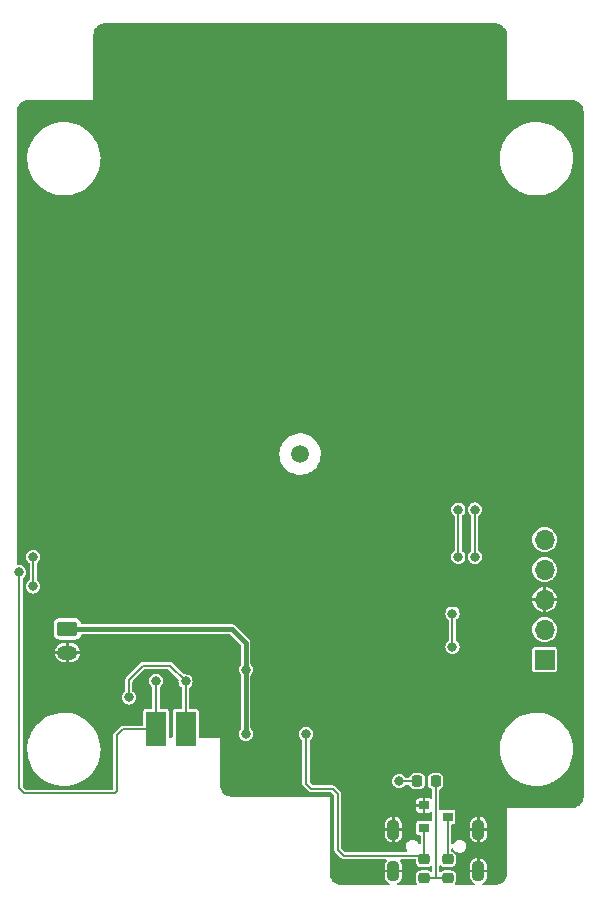
<source format=gbr>
%TF.GenerationSoftware,KiCad,Pcbnew,6.0.11+dfsg-1*%
%TF.CreationDate,2024-04-11T02:19:39+03:00*%
%TF.ProjectId,LocalTrack,4c6f6361-6c54-4726-9163-6b2e6b696361,1.3*%
%TF.SameCoordinates,PX7270e00PY47868c0*%
%TF.FileFunction,Copper,L2,Bot*%
%TF.FilePolarity,Positive*%
%FSLAX46Y46*%
G04 Gerber Fmt 4.6, Leading zero omitted, Abs format (unit mm)*
G04 Created by KiCad (PCBNEW 6.0.11+dfsg-1) date 2024-04-11 02:19:39*
%MOMM*%
%LPD*%
G01*
G04 APERTURE LIST*
G04 Aperture macros list*
%AMRoundRect*
0 Rectangle with rounded corners*
0 $1 Rounding radius*
0 $2 $3 $4 $5 $6 $7 $8 $9 X,Y pos of 4 corners*
0 Add a 4 corners polygon primitive as box body*
4,1,4,$2,$3,$4,$5,$6,$7,$8,$9,$2,$3,0*
0 Add four circle primitives for the rounded corners*
1,1,$1+$1,$2,$3*
1,1,$1+$1,$4,$5*
1,1,$1+$1,$6,$7*
1,1,$1+$1,$8,$9*
0 Add four rect primitives between the rounded corners*
20,1,$1+$1,$2,$3,$4,$5,0*
20,1,$1+$1,$4,$5,$6,$7,0*
20,1,$1+$1,$6,$7,$8,$9,0*
20,1,$1+$1,$8,$9,$2,$3,0*%
G04 Aperture macros list end*
%TA.AperFunction,ComponentPad*%
%ADD10O,1.100000X1.800000*%
%TD*%
%TA.AperFunction,ComponentPad*%
%ADD11R,1.700000X1.700000*%
%TD*%
%TA.AperFunction,ComponentPad*%
%ADD12O,1.700000X1.700000*%
%TD*%
%TA.AperFunction,ComponentPad*%
%ADD13RoundRect,0.249600X-0.625400X0.350400X-0.625400X-0.350400X0.625400X-0.350400X0.625400X0.350400X0*%
%TD*%
%TA.AperFunction,ComponentPad*%
%ADD14O,1.750000X1.200000*%
%TD*%
%TA.AperFunction,SMDPad,CuDef*%
%ADD15RoundRect,0.218750X-0.218750X-0.256250X0.218750X-0.256250X0.218750X0.256250X-0.218750X0.256250X0*%
%TD*%
%TA.AperFunction,SMDPad,CuDef*%
%ADD16RoundRect,0.218750X-0.256250X0.218750X-0.256250X-0.218750X0.256250X-0.218750X0.256250X0.218750X0*%
%TD*%
%TA.AperFunction,ComponentPad*%
%ADD17C,1.500000*%
%TD*%
%TA.AperFunction,SMDPad,CuDef*%
%ADD18R,0.900000X0.800000*%
%TD*%
%TA.AperFunction,SMDPad,CuDef*%
%ADD19R,1.800000X3.000000*%
%TD*%
%TA.AperFunction,ViaPad*%
%ADD20C,0.800000*%
%TD*%
%TA.AperFunction,Conductor*%
%ADD21C,0.400000*%
%TD*%
%TA.AperFunction,Conductor*%
%ADD22C,0.200000*%
%TD*%
G04 APERTURE END LIST*
D10*
X40100000Y-72800000D03*
X40100000Y-69300000D03*
X32900000Y-72800000D03*
X32900000Y-69300000D03*
D11*
X45700000Y-54900000D03*
D12*
X45700000Y-52360000D03*
X45700000Y-49820000D03*
X45700000Y-47280000D03*
X45700000Y-44740000D03*
D13*
X5300000Y-52300000D03*
D14*
X5300000Y-54300000D03*
D15*
X34912500Y-65200000D03*
X36487500Y-65200000D03*
D16*
X35500000Y-71812500D03*
X35500000Y-73387500D03*
D17*
X25000000Y-37500000D03*
D16*
X37500000Y-71812500D03*
X37500000Y-73387500D03*
D18*
X35500000Y-69150000D03*
X35500000Y-67250000D03*
X37500000Y-68200000D03*
D19*
X15300000Y-60800000D03*
X12800000Y-60800000D03*
D20*
X20400000Y-61200000D03*
X20400000Y-55750000D03*
X37400000Y-63200000D03*
X26800000Y-48000000D03*
X23500000Y-40300000D03*
X28500000Y-72500000D03*
X47500000Y-46000000D03*
X35600000Y-47200000D03*
X47000000Y-23500000D03*
X27300000Y-44400000D03*
X12100000Y-47700000D03*
X35000000Y-63150000D03*
X33700000Y-38300000D03*
X9400000Y-42500000D03*
X37100000Y-22300000D03*
X14900000Y-42500000D03*
X40750000Y-35675000D03*
X28500000Y-40400000D03*
X33700000Y-33150000D03*
X19300000Y-65600000D03*
X44400000Y-42900000D03*
X10200000Y-18800000D03*
X29300000Y-31800000D03*
X2400000Y-38800000D03*
X14400000Y-20100000D03*
X8900000Y-2500000D03*
X38000000Y-35700000D03*
X16200000Y-58100000D03*
X22500000Y-59700000D03*
X10300000Y-22300000D03*
X41900000Y-50800000D03*
X33300000Y-51500000D03*
X27300000Y-55400000D03*
X20200000Y-34500000D03*
X30800000Y-55400000D03*
X46900000Y-17400000D03*
X12400000Y-50900000D03*
X47700000Y-31400000D03*
X42300000Y-22300000D03*
X2400000Y-36200000D03*
X35600000Y-43500000D03*
X25800000Y-15800000D03*
X26100000Y-31600000D03*
X33300000Y-53200000D03*
X8400000Y-65100000D03*
X22300000Y-51200000D03*
X41100000Y-2500000D03*
X33400000Y-65200000D03*
X25500000Y-61200000D03*
X37900000Y-53800000D03*
X37900000Y-51000000D03*
X39800000Y-42200000D03*
X39800000Y-46200000D03*
X38400000Y-42200000D03*
X38400000Y-46200000D03*
X12800000Y-56700000D03*
X1200000Y-47500000D03*
X10500000Y-58100000D03*
X15300000Y-56750000D03*
X2400000Y-48700000D03*
X2400000Y-46200000D03*
D21*
X5300000Y-52300000D02*
X19200000Y-52300000D01*
X20400000Y-53500000D02*
X20400000Y-55750000D01*
X20400000Y-61200000D02*
X20400000Y-55750000D01*
X19200000Y-52300000D02*
X20400000Y-53500000D01*
D22*
X34912500Y-65200000D02*
X33400000Y-65200000D01*
X37500000Y-73387500D02*
X36925000Y-73387500D01*
X36500000Y-73387500D02*
X35500000Y-73387500D01*
X36487500Y-73375000D02*
X36500000Y-73387500D01*
X36487500Y-65200000D02*
X36487500Y-73375000D01*
X36925000Y-73387500D02*
X36500000Y-73387500D01*
X37500000Y-68200000D02*
X37500000Y-71812500D01*
X27750000Y-65850000D02*
X25950000Y-65850000D01*
X28200000Y-71000000D02*
X28200000Y-66300000D01*
X35500000Y-69150000D02*
X35500000Y-71812500D01*
X28700000Y-71500000D02*
X28200000Y-71000000D01*
X35200000Y-71500000D02*
X28700000Y-71500000D01*
X28200000Y-66300000D02*
X27750000Y-65850000D01*
X35500000Y-71812500D02*
X35500000Y-71800000D01*
X35500000Y-71800000D02*
X35200000Y-71500000D01*
X25950000Y-65850000D02*
X25500000Y-65400000D01*
X25500000Y-65400000D02*
X25500000Y-61200000D01*
X37900000Y-53800000D02*
X37900000Y-51000000D01*
X39800000Y-46200000D02*
X39800000Y-42200000D01*
X38400000Y-46200000D02*
X38400000Y-42200000D01*
X1200000Y-65800000D02*
X1200000Y-47500000D01*
X12800000Y-60800000D02*
X12800000Y-56700000D01*
X1600000Y-66200000D02*
X1200000Y-65800000D01*
X9300000Y-66200000D02*
X1600000Y-66200000D01*
X10000000Y-60800000D02*
X9500000Y-61300000D01*
X9500000Y-61300000D02*
X9500000Y-66000000D01*
X12800000Y-60800000D02*
X10000000Y-60800000D01*
X9500000Y-66000000D02*
X9300000Y-66200000D01*
X15300000Y-60800000D02*
X15300000Y-56750000D01*
X15300000Y-56750000D02*
X13950000Y-55400000D01*
X10500000Y-56600000D02*
X10500000Y-58100000D01*
X11700000Y-55400000D02*
X10500000Y-56600000D01*
X13950000Y-55400000D02*
X11700000Y-55400000D01*
X2400000Y-46200000D02*
X2400000Y-48700000D01*
%TA.AperFunction,Conductor*%
G36*
X41504843Y-1000477D02*
G01*
X41685388Y-1018259D01*
X41704418Y-1022045D01*
X41788886Y-1047667D01*
X41873353Y-1073290D01*
X41891283Y-1080717D01*
X42046969Y-1163933D01*
X42063106Y-1174715D01*
X42199573Y-1286710D01*
X42213290Y-1300427D01*
X42280102Y-1381837D01*
X42325285Y-1436894D01*
X42336067Y-1453031D01*
X42419283Y-1608717D01*
X42426710Y-1626647D01*
X42477955Y-1795580D01*
X42481741Y-1814614D01*
X42499523Y-1995157D01*
X42500000Y-2004861D01*
X42500000Y-7500000D01*
X47995139Y-7500000D01*
X48004843Y-7500477D01*
X48185388Y-7518259D01*
X48204418Y-7522045D01*
X48288886Y-7547667D01*
X48373353Y-7573290D01*
X48391283Y-7580717D01*
X48546969Y-7663933D01*
X48563106Y-7674715D01*
X48699573Y-7786710D01*
X48713290Y-7800427D01*
X48780102Y-7881837D01*
X48825285Y-7936894D01*
X48836067Y-7953031D01*
X48919283Y-8108717D01*
X48926710Y-8126647D01*
X48977955Y-8295580D01*
X48981741Y-8314614D01*
X48999523Y-8495157D01*
X49000000Y-8504861D01*
X49000000Y-66495139D01*
X48999523Y-66504843D01*
X48982591Y-66676759D01*
X48981741Y-66685386D01*
X48977955Y-66704420D01*
X48926710Y-66873353D01*
X48919283Y-66891283D01*
X48836067Y-67046969D01*
X48825285Y-67063106D01*
X48713290Y-67199573D01*
X48699573Y-67213290D01*
X48618163Y-67280102D01*
X48563106Y-67325285D01*
X48546969Y-67336067D01*
X48391283Y-67419283D01*
X48373353Y-67426710D01*
X48288887Y-67452332D01*
X48204418Y-67477955D01*
X48185388Y-67481741D01*
X48024672Y-67497570D01*
X48004843Y-67499523D01*
X47995139Y-67500000D01*
X42500000Y-67500000D01*
X42500000Y-72995139D01*
X42499523Y-73004843D01*
X42481741Y-73185386D01*
X42477955Y-73204420D01*
X42426710Y-73373353D01*
X42419283Y-73391283D01*
X42336067Y-73546969D01*
X42325285Y-73563106D01*
X42280102Y-73618163D01*
X42213290Y-73699573D01*
X42199573Y-73713290D01*
X42145671Y-73757526D01*
X42063106Y-73825285D01*
X42046969Y-73836067D01*
X41891283Y-73919283D01*
X41873353Y-73926710D01*
X41857256Y-73931593D01*
X41704418Y-73977955D01*
X41685388Y-73981741D01*
X41549283Y-73995146D01*
X41504843Y-73999523D01*
X41495139Y-74000000D01*
X40503497Y-74000000D01*
X40445306Y-73981093D01*
X40409342Y-73931593D01*
X40409342Y-73870407D01*
X40445306Y-73820907D01*
X40464736Y-73809904D01*
X40468831Y-73808162D01*
X40478753Y-73802502D01*
X40610349Y-73705659D01*
X40618706Y-73697866D01*
X40724488Y-73573352D01*
X40730831Y-73563840D01*
X40805130Y-73418333D01*
X40809114Y-73407623D01*
X40848269Y-73247612D01*
X40849589Y-73238933D01*
X40849906Y-73233822D01*
X40850000Y-73230788D01*
X40850000Y-72920680D01*
X40845878Y-72907995D01*
X40841757Y-72905000D01*
X39365680Y-72905000D01*
X39352995Y-72909122D01*
X39350000Y-72913243D01*
X39350000Y-73190929D01*
X39350332Y-73196641D01*
X39364480Y-73317995D01*
X39367111Y-73329123D01*
X39422856Y-73482698D01*
X39427974Y-73492919D01*
X39517554Y-73629550D01*
X39524887Y-73638320D01*
X39643496Y-73750679D01*
X39652648Y-73757526D01*
X39752274Y-73815394D01*
X39793095Y-73860970D01*
X39799331Y-73921837D01*
X39768600Y-73974745D01*
X39712639Y-73999484D01*
X39702549Y-74000000D01*
X38187647Y-74000000D01*
X38129456Y-73981093D01*
X38093492Y-73931593D01*
X38093492Y-73870407D01*
X38100694Y-73856279D01*
X38099658Y-73855751D01*
X38156415Y-73744360D01*
X38156415Y-73744359D01*
X38159951Y-73737420D01*
X38164982Y-73705659D01*
X38174891Y-73643092D01*
X38174891Y-73643090D01*
X38175500Y-73639246D01*
X38175500Y-73135754D01*
X38159951Y-73037580D01*
X38099658Y-72919249D01*
X38005751Y-72825342D01*
X37998814Y-72821807D01*
X37998812Y-72821806D01*
X37894360Y-72768585D01*
X37894359Y-72768585D01*
X37887420Y-72765049D01*
X37879727Y-72763830D01*
X37879725Y-72763830D01*
X37793092Y-72750109D01*
X37793090Y-72750109D01*
X37789246Y-72749500D01*
X37210754Y-72749500D01*
X37206910Y-72750109D01*
X37206908Y-72750109D01*
X37120275Y-72763830D01*
X37120273Y-72763830D01*
X37112580Y-72765049D01*
X37105641Y-72768585D01*
X37105640Y-72768585D01*
X37001188Y-72821806D01*
X37001186Y-72821807D01*
X36994249Y-72825342D01*
X36957004Y-72862587D01*
X36902487Y-72890364D01*
X36842055Y-72880793D01*
X36798790Y-72837528D01*
X36788000Y-72792583D01*
X36788000Y-72679320D01*
X39350000Y-72679320D01*
X39354122Y-72692005D01*
X39358243Y-72695000D01*
X39979320Y-72695000D01*
X39992005Y-72690878D01*
X39995000Y-72686757D01*
X39995000Y-72679320D01*
X40205000Y-72679320D01*
X40209122Y-72692005D01*
X40213243Y-72695000D01*
X40834320Y-72695000D01*
X40847005Y-72690878D01*
X40850000Y-72686757D01*
X40850000Y-72409071D01*
X40849668Y-72403359D01*
X40835520Y-72282005D01*
X40832889Y-72270877D01*
X40777144Y-72117302D01*
X40772026Y-72107081D01*
X40682446Y-71970450D01*
X40675113Y-71961680D01*
X40556504Y-71849321D01*
X40547352Y-71842474D01*
X40406074Y-71760412D01*
X40395593Y-71755855D01*
X40239223Y-71708495D01*
X40227975Y-71706472D01*
X40220651Y-71706017D01*
X40207734Y-71709346D01*
X40205427Y-71712140D01*
X40205000Y-71714381D01*
X40205000Y-72679320D01*
X39995000Y-72679320D01*
X39995000Y-71722704D01*
X39990878Y-71710019D01*
X39990274Y-71709580D01*
X39983127Y-71709064D01*
X39892473Y-71724642D01*
X39881507Y-71727869D01*
X39731166Y-71791840D01*
X39721247Y-71797498D01*
X39589651Y-71894341D01*
X39581294Y-71902134D01*
X39475512Y-72026648D01*
X39469169Y-72036160D01*
X39394870Y-72181667D01*
X39390886Y-72192377D01*
X39351731Y-72352388D01*
X39350411Y-72361067D01*
X39350094Y-72366178D01*
X39350000Y-72369212D01*
X39350000Y-72679320D01*
X36788000Y-72679320D01*
X36788000Y-72407417D01*
X36806907Y-72349226D01*
X36856407Y-72313262D01*
X36917593Y-72313262D01*
X36957004Y-72337413D01*
X36994249Y-72374658D01*
X37001186Y-72378193D01*
X37001188Y-72378194D01*
X37105640Y-72431415D01*
X37112580Y-72434951D01*
X37120273Y-72436170D01*
X37120275Y-72436170D01*
X37206908Y-72449891D01*
X37206910Y-72449891D01*
X37210754Y-72450500D01*
X37789246Y-72450500D01*
X37793090Y-72449891D01*
X37793092Y-72449891D01*
X37879725Y-72436170D01*
X37879727Y-72436170D01*
X37887420Y-72434951D01*
X37894360Y-72431415D01*
X37998812Y-72378194D01*
X37998814Y-72378193D01*
X38005751Y-72374658D01*
X38099658Y-72280751D01*
X38159951Y-72162420D01*
X38175500Y-72064246D01*
X38175500Y-71560754D01*
X38159951Y-71462580D01*
X38099658Y-71344249D01*
X38060685Y-71305276D01*
X38032908Y-71250759D01*
X38033129Y-71249361D01*
X38015796Y-71251367D01*
X37990419Y-71242530D01*
X37894360Y-71193585D01*
X37894359Y-71193585D01*
X37887420Y-71190049D01*
X37879725Y-71188830D01*
X37872316Y-71186423D01*
X37873117Y-71183959D01*
X37829489Y-71161724D01*
X37801717Y-71107204D01*
X37800500Y-71091728D01*
X37800500Y-70952176D01*
X37819407Y-70893985D01*
X37868907Y-70858021D01*
X37930093Y-70858021D01*
X37979593Y-70893985D01*
X37987710Y-70907231D01*
X38043707Y-71017132D01*
X38048270Y-71022095D01*
X38048272Y-71022097D01*
X38108238Y-71087309D01*
X38132224Y-71139701D01*
X38146176Y-71137491D01*
X38182854Y-71151131D01*
X38273986Y-71207635D01*
X38418825Y-71249715D01*
X38423995Y-71250095D01*
X38423997Y-71250095D01*
X38427714Y-71250368D01*
X38427721Y-71250368D01*
X38429515Y-71250500D01*
X38537785Y-71250500D01*
X38541128Y-71250042D01*
X38541129Y-71250042D01*
X38642749Y-71236122D01*
X38642753Y-71236121D01*
X38649432Y-71235206D01*
X38655618Y-71232529D01*
X38655622Y-71232528D01*
X38781661Y-71177986D01*
X38781665Y-71177984D01*
X38787855Y-71175305D01*
X38905070Y-71080386D01*
X38946494Y-71022097D01*
X38988535Y-70962940D01*
X38988536Y-70962939D01*
X38992442Y-70957442D01*
X38994726Y-70951097D01*
X38994728Y-70951094D01*
X39041248Y-70821880D01*
X39041249Y-70821877D01*
X39043533Y-70815532D01*
X39054580Y-70665109D01*
X39024767Y-70517257D01*
X38956293Y-70382868D01*
X38951730Y-70377905D01*
X38951728Y-70377903D01*
X38858771Y-70276814D01*
X38854201Y-70271844D01*
X38773833Y-70222014D01*
X38731753Y-70195923D01*
X38731751Y-70195922D01*
X38726014Y-70192365D01*
X38581175Y-70150285D01*
X38576005Y-70149905D01*
X38576003Y-70149905D01*
X38572286Y-70149632D01*
X38572279Y-70149632D01*
X38570485Y-70149500D01*
X38462215Y-70149500D01*
X38458872Y-70149958D01*
X38458871Y-70149958D01*
X38357251Y-70163878D01*
X38357247Y-70163879D01*
X38350568Y-70164794D01*
X38344382Y-70167471D01*
X38344378Y-70167472D01*
X38218339Y-70222014D01*
X38218335Y-70222016D01*
X38212145Y-70224695D01*
X38094930Y-70319614D01*
X38091022Y-70325113D01*
X38042079Y-70393983D01*
X38007558Y-70442558D01*
X38005274Y-70448903D01*
X38005272Y-70448906D01*
X37992647Y-70483975D01*
X37955146Y-70532321D01*
X37896390Y-70549391D01*
X37838822Y-70528665D01*
X37804431Y-70478060D01*
X37800500Y-70450440D01*
X37800500Y-69690929D01*
X39350000Y-69690929D01*
X39350332Y-69696641D01*
X39364480Y-69817995D01*
X39367111Y-69829123D01*
X39422856Y-69982698D01*
X39427974Y-69992919D01*
X39517554Y-70129550D01*
X39524887Y-70138320D01*
X39643496Y-70250679D01*
X39652648Y-70257526D01*
X39793926Y-70339588D01*
X39804407Y-70344145D01*
X39960777Y-70391505D01*
X39972025Y-70393528D01*
X39979349Y-70393983D01*
X39992266Y-70390654D01*
X39994573Y-70387860D01*
X39995000Y-70385619D01*
X39995000Y-70377296D01*
X40205000Y-70377296D01*
X40209122Y-70389981D01*
X40209726Y-70390420D01*
X40216873Y-70390936D01*
X40307527Y-70375358D01*
X40318493Y-70372131D01*
X40468834Y-70308160D01*
X40478753Y-70302502D01*
X40610349Y-70205659D01*
X40618706Y-70197866D01*
X40724488Y-70073352D01*
X40730831Y-70063840D01*
X40805130Y-69918333D01*
X40809114Y-69907623D01*
X40848269Y-69747612D01*
X40849589Y-69738933D01*
X40849906Y-69733822D01*
X40850000Y-69730788D01*
X40850000Y-69420680D01*
X40845878Y-69407995D01*
X40841757Y-69405000D01*
X40220680Y-69405000D01*
X40207995Y-69409122D01*
X40205000Y-69413243D01*
X40205000Y-70377296D01*
X39995000Y-70377296D01*
X39995000Y-69420680D01*
X39990878Y-69407995D01*
X39986757Y-69405000D01*
X39365680Y-69405000D01*
X39352995Y-69409122D01*
X39350000Y-69413243D01*
X39350000Y-69690929D01*
X37800500Y-69690929D01*
X37800500Y-69179320D01*
X39350000Y-69179320D01*
X39354122Y-69192005D01*
X39358243Y-69195000D01*
X39979320Y-69195000D01*
X39992005Y-69190878D01*
X39995000Y-69186757D01*
X39995000Y-69179320D01*
X40205000Y-69179320D01*
X40209122Y-69192005D01*
X40213243Y-69195000D01*
X40834320Y-69195000D01*
X40847005Y-69190878D01*
X40850000Y-69186757D01*
X40850000Y-68909071D01*
X40849668Y-68903359D01*
X40835520Y-68782005D01*
X40832889Y-68770877D01*
X40777144Y-68617302D01*
X40772026Y-68607081D01*
X40682446Y-68470450D01*
X40675113Y-68461680D01*
X40556504Y-68349321D01*
X40547352Y-68342474D01*
X40406074Y-68260412D01*
X40395593Y-68255855D01*
X40239223Y-68208495D01*
X40227975Y-68206472D01*
X40220651Y-68206017D01*
X40207734Y-68209346D01*
X40205427Y-68212140D01*
X40205000Y-68214381D01*
X40205000Y-69179320D01*
X39995000Y-69179320D01*
X39995000Y-68222704D01*
X39990878Y-68210019D01*
X39990274Y-68209580D01*
X39983127Y-68209064D01*
X39892473Y-68224642D01*
X39881507Y-68227869D01*
X39731166Y-68291840D01*
X39721247Y-68297498D01*
X39589651Y-68394341D01*
X39581294Y-68402134D01*
X39475512Y-68526648D01*
X39469169Y-68536160D01*
X39394870Y-68681667D01*
X39390886Y-68692377D01*
X39351731Y-68852388D01*
X39350411Y-68861067D01*
X39350094Y-68866178D01*
X39350000Y-68869212D01*
X39350000Y-69179320D01*
X37800500Y-69179320D01*
X37800500Y-68899500D01*
X37819407Y-68841309D01*
X37868907Y-68805345D01*
X37899500Y-68800500D01*
X37969748Y-68800500D01*
X37995995Y-68795279D01*
X38018666Y-68790770D01*
X38018668Y-68790769D01*
X38028231Y-68788867D01*
X38094552Y-68744552D01*
X38138867Y-68678231D01*
X38141766Y-68663660D01*
X38149552Y-68624512D01*
X38150500Y-68619748D01*
X38150500Y-67780252D01*
X38138867Y-67721769D01*
X38094552Y-67655448D01*
X38028231Y-67611133D01*
X38018668Y-67609231D01*
X38018666Y-67609230D01*
X37995995Y-67604721D01*
X37969748Y-67599500D01*
X37030252Y-67599500D01*
X37004005Y-67604721D01*
X36981334Y-67609230D01*
X36981332Y-67609231D01*
X36971769Y-67611133D01*
X36948720Y-67626534D01*
X36942002Y-67631023D01*
X36883114Y-67647632D01*
X36825710Y-67626455D01*
X36791717Y-67575581D01*
X36788000Y-67548708D01*
X36788000Y-65945799D01*
X36806907Y-65887608D01*
X36842054Y-65857590D01*
X36942076Y-65806626D01*
X36948812Y-65803194D01*
X36948814Y-65803193D01*
X36955751Y-65799658D01*
X37049658Y-65705751D01*
X37069031Y-65667731D01*
X37106415Y-65594360D01*
X37106415Y-65594359D01*
X37109951Y-65587420D01*
X37111657Y-65576653D01*
X37124891Y-65493092D01*
X37124891Y-65493090D01*
X37125500Y-65489246D01*
X37125500Y-64910754D01*
X37112343Y-64827684D01*
X37111170Y-64820275D01*
X37111170Y-64820273D01*
X37109951Y-64812580D01*
X37049658Y-64694249D01*
X36955751Y-64600342D01*
X36948814Y-64596807D01*
X36948812Y-64596806D01*
X36844360Y-64543585D01*
X36844359Y-64543585D01*
X36837420Y-64540049D01*
X36829727Y-64538830D01*
X36829725Y-64538830D01*
X36743092Y-64525109D01*
X36743090Y-64525109D01*
X36739246Y-64524500D01*
X36235754Y-64524500D01*
X36231910Y-64525109D01*
X36231908Y-64525109D01*
X36145275Y-64538830D01*
X36145273Y-64538830D01*
X36137580Y-64540049D01*
X36130641Y-64543585D01*
X36130640Y-64543585D01*
X36026188Y-64596806D01*
X36026186Y-64596807D01*
X36019249Y-64600342D01*
X35925342Y-64694249D01*
X35865049Y-64812580D01*
X35863830Y-64820273D01*
X35863830Y-64820275D01*
X35862657Y-64827684D01*
X35849500Y-64910754D01*
X35849500Y-65489246D01*
X35850109Y-65493090D01*
X35850109Y-65493092D01*
X35863344Y-65576653D01*
X35865049Y-65587420D01*
X35868585Y-65594359D01*
X35868585Y-65594360D01*
X35905970Y-65667731D01*
X35925342Y-65705751D01*
X36019249Y-65799658D01*
X36026186Y-65803193D01*
X36026188Y-65803194D01*
X36032924Y-65806626D01*
X36132946Y-65857590D01*
X36176210Y-65900854D01*
X36187000Y-65945799D01*
X36187000Y-66582604D01*
X36168093Y-66640795D01*
X36118593Y-66676759D01*
X36057407Y-66676759D01*
X36044272Y-66670388D01*
X36018474Y-66659702D01*
X35974462Y-66650948D01*
X35964840Y-66650000D01*
X35620680Y-66650000D01*
X35607995Y-66654122D01*
X35605000Y-66658243D01*
X35605000Y-67834320D01*
X35609122Y-67847005D01*
X35613243Y-67850000D01*
X35964840Y-67850000D01*
X35974462Y-67849052D01*
X36018474Y-67840298D01*
X36045151Y-67829248D01*
X36046043Y-67831401D01*
X36091889Y-67818472D01*
X36149292Y-67839651D01*
X36183284Y-67890526D01*
X36187000Y-67917396D01*
X36187000Y-68482003D01*
X36168093Y-68540194D01*
X36118593Y-68576158D01*
X36057407Y-68576158D01*
X36044981Y-68570131D01*
X36036340Y-68566552D01*
X36028231Y-68561133D01*
X36018668Y-68559231D01*
X36018666Y-68559230D01*
X35995995Y-68554721D01*
X35969748Y-68549500D01*
X35030252Y-68549500D01*
X35004005Y-68554721D01*
X34981334Y-68559230D01*
X34981332Y-68559231D01*
X34971769Y-68561133D01*
X34905448Y-68605448D01*
X34861133Y-68671769D01*
X34859231Y-68681332D01*
X34859230Y-68681334D01*
X34855382Y-68700682D01*
X34849500Y-68730252D01*
X34849500Y-69569748D01*
X34861133Y-69628231D01*
X34905448Y-69694552D01*
X34971769Y-69738867D01*
X34981332Y-69740769D01*
X34981334Y-69740770D01*
X35004005Y-69745279D01*
X35030252Y-69750500D01*
X35100500Y-69750500D01*
X35158691Y-69769407D01*
X35194655Y-69818907D01*
X35199500Y-69849500D01*
X35199500Y-70447824D01*
X35180593Y-70506015D01*
X35131093Y-70541979D01*
X35069907Y-70541979D01*
X35020407Y-70506015D01*
X35012290Y-70492769D01*
X34959355Y-70388878D01*
X34956293Y-70382868D01*
X34951730Y-70377905D01*
X34951728Y-70377903D01*
X34858771Y-70276814D01*
X34854201Y-70271844D01*
X34773833Y-70222014D01*
X34731753Y-70195923D01*
X34731751Y-70195922D01*
X34726014Y-70192365D01*
X34581175Y-70150285D01*
X34576005Y-70149905D01*
X34576003Y-70149905D01*
X34572286Y-70149632D01*
X34572279Y-70149632D01*
X34570485Y-70149500D01*
X34462215Y-70149500D01*
X34458872Y-70149958D01*
X34458871Y-70149958D01*
X34357251Y-70163878D01*
X34357247Y-70163879D01*
X34350568Y-70164794D01*
X34344382Y-70167471D01*
X34344378Y-70167472D01*
X34218339Y-70222014D01*
X34218335Y-70222016D01*
X34212145Y-70224695D01*
X34094930Y-70319614D01*
X34091022Y-70325113D01*
X34042079Y-70393983D01*
X34007558Y-70442558D01*
X34005274Y-70448903D01*
X34005272Y-70448906D01*
X33958752Y-70578120D01*
X33956467Y-70584468D01*
X33945420Y-70734891D01*
X33975233Y-70882743D01*
X34043707Y-71017132D01*
X34048270Y-71022095D01*
X34048272Y-71022097D01*
X34058748Y-71033489D01*
X34084218Y-71089121D01*
X34072124Y-71149100D01*
X34027086Y-71190514D01*
X33985874Y-71199500D01*
X28865479Y-71199500D01*
X28807288Y-71180593D01*
X28795476Y-71170504D01*
X28529497Y-70904526D01*
X28501719Y-70850009D01*
X28500500Y-70834522D01*
X28500500Y-69690929D01*
X32150000Y-69690929D01*
X32150332Y-69696641D01*
X32164480Y-69817995D01*
X32167111Y-69829123D01*
X32222856Y-69982698D01*
X32227974Y-69992919D01*
X32317554Y-70129550D01*
X32324887Y-70138320D01*
X32443496Y-70250679D01*
X32452648Y-70257526D01*
X32593926Y-70339588D01*
X32604407Y-70344145D01*
X32760777Y-70391505D01*
X32772025Y-70393528D01*
X32779349Y-70393983D01*
X32792266Y-70390654D01*
X32794573Y-70387860D01*
X32795000Y-70385619D01*
X32795000Y-70377296D01*
X33005000Y-70377296D01*
X33009122Y-70389981D01*
X33009726Y-70390420D01*
X33016873Y-70390936D01*
X33107527Y-70375358D01*
X33118493Y-70372131D01*
X33268834Y-70308160D01*
X33278753Y-70302502D01*
X33410349Y-70205659D01*
X33418706Y-70197866D01*
X33524488Y-70073352D01*
X33530831Y-70063840D01*
X33605130Y-69918333D01*
X33609114Y-69907623D01*
X33648269Y-69747612D01*
X33649589Y-69738933D01*
X33649906Y-69733822D01*
X33650000Y-69730788D01*
X33650000Y-69420680D01*
X33645878Y-69407995D01*
X33641757Y-69405000D01*
X33020680Y-69405000D01*
X33007995Y-69409122D01*
X33005000Y-69413243D01*
X33005000Y-70377296D01*
X32795000Y-70377296D01*
X32795000Y-69420680D01*
X32790878Y-69407995D01*
X32786757Y-69405000D01*
X32165680Y-69405000D01*
X32152995Y-69409122D01*
X32150000Y-69413243D01*
X32150000Y-69690929D01*
X28500500Y-69690929D01*
X28500500Y-69179320D01*
X32150000Y-69179320D01*
X32154122Y-69192005D01*
X32158243Y-69195000D01*
X32779320Y-69195000D01*
X32792005Y-69190878D01*
X32795000Y-69186757D01*
X32795000Y-69179320D01*
X33005000Y-69179320D01*
X33009122Y-69192005D01*
X33013243Y-69195000D01*
X33634320Y-69195000D01*
X33647005Y-69190878D01*
X33650000Y-69186757D01*
X33650000Y-68909071D01*
X33649668Y-68903359D01*
X33635520Y-68782005D01*
X33632889Y-68770877D01*
X33577144Y-68617302D01*
X33572026Y-68607081D01*
X33482446Y-68470450D01*
X33475113Y-68461680D01*
X33356504Y-68349321D01*
X33347352Y-68342474D01*
X33206074Y-68260412D01*
X33195593Y-68255855D01*
X33039223Y-68208495D01*
X33027975Y-68206472D01*
X33020651Y-68206017D01*
X33007734Y-68209346D01*
X33005427Y-68212140D01*
X33005000Y-68214381D01*
X33005000Y-69179320D01*
X32795000Y-69179320D01*
X32795000Y-68222704D01*
X32790878Y-68210019D01*
X32790274Y-68209580D01*
X32783127Y-68209064D01*
X32692473Y-68224642D01*
X32681507Y-68227869D01*
X32531166Y-68291840D01*
X32521247Y-68297498D01*
X32389651Y-68394341D01*
X32381294Y-68402134D01*
X32275512Y-68526648D01*
X32269169Y-68536160D01*
X32194870Y-68681667D01*
X32190886Y-68692377D01*
X32151731Y-68852388D01*
X32150411Y-68861067D01*
X32150094Y-68866178D01*
X32150000Y-68869212D01*
X32150000Y-69179320D01*
X28500500Y-69179320D01*
X28500500Y-67664840D01*
X34850000Y-67664840D01*
X34850948Y-67674462D01*
X34859702Y-67718474D01*
X34867021Y-67736142D01*
X34900389Y-67786082D01*
X34913918Y-67799611D01*
X34963858Y-67832979D01*
X34981526Y-67840298D01*
X35025538Y-67849052D01*
X35035160Y-67850000D01*
X35379320Y-67850000D01*
X35392005Y-67845878D01*
X35395000Y-67841757D01*
X35395000Y-67370680D01*
X35390878Y-67357995D01*
X35386757Y-67355000D01*
X34865680Y-67355000D01*
X34852995Y-67359122D01*
X34850000Y-67363243D01*
X34850000Y-67664840D01*
X28500500Y-67664840D01*
X28500500Y-67129320D01*
X34850000Y-67129320D01*
X34854122Y-67142005D01*
X34858243Y-67145000D01*
X35379320Y-67145000D01*
X35392005Y-67140878D01*
X35395000Y-67136757D01*
X35395000Y-66665680D01*
X35390878Y-66652995D01*
X35386757Y-66650000D01*
X35035160Y-66650000D01*
X35025538Y-66650948D01*
X34981526Y-66659702D01*
X34963858Y-66667021D01*
X34913918Y-66700389D01*
X34900389Y-66713918D01*
X34867021Y-66763858D01*
X34859702Y-66781526D01*
X34850948Y-66825538D01*
X34850000Y-66835160D01*
X34850000Y-67129320D01*
X28500500Y-67129320D01*
X28500500Y-66353508D01*
X28500803Y-66349383D01*
X28502425Y-66344658D01*
X28500570Y-66295239D01*
X28500500Y-66291526D01*
X28500500Y-66272052D01*
X28499675Y-66267622D01*
X28499338Y-66262417D01*
X28498569Y-66241925D01*
X28498226Y-66232792D01*
X28494620Y-66224398D01*
X28494619Y-66224395D01*
X28493683Y-66222217D01*
X28487317Y-66201266D01*
X28485209Y-66189947D01*
X28471232Y-66167271D01*
X28464548Y-66154404D01*
X28464421Y-66154107D01*
X28454036Y-66129937D01*
X28450022Y-66125051D01*
X28445658Y-66120687D01*
X28431387Y-66102632D01*
X28431264Y-66102433D01*
X28426468Y-66094652D01*
X28403231Y-66076982D01*
X28393161Y-66068190D01*
X28000320Y-65675349D01*
X27997620Y-65672220D01*
X27995425Y-65667731D01*
X27959178Y-65634107D01*
X27956502Y-65631531D01*
X27942723Y-65617752D01*
X27939013Y-65615207D01*
X27935100Y-65611771D01*
X27920055Y-65597815D01*
X27913354Y-65591599D01*
X27902880Y-65587420D01*
X27902664Y-65587334D01*
X27883348Y-65577020D01*
X27881393Y-65575679D01*
X27881390Y-65575678D01*
X27873854Y-65570508D01*
X27847941Y-65564359D01*
X27834116Y-65559986D01*
X27815868Y-65552706D01*
X27815866Y-65552706D01*
X27809378Y-65550117D01*
X27803085Y-65549500D01*
X27796916Y-65549500D01*
X27774057Y-65546825D01*
X27773827Y-65546770D01*
X27773825Y-65546770D01*
X27764934Y-65544660D01*
X27736013Y-65548596D01*
X27722663Y-65549500D01*
X26115479Y-65549500D01*
X26057288Y-65530593D01*
X26045475Y-65520504D01*
X25829496Y-65304525D01*
X25801719Y-65250008D01*
X25800500Y-65234521D01*
X25800500Y-65200000D01*
X32794318Y-65200000D01*
X32814956Y-65356762D01*
X32875464Y-65502841D01*
X32971718Y-65628282D01*
X33097159Y-65724536D01*
X33243238Y-65785044D01*
X33400000Y-65805682D01*
X33556762Y-65785044D01*
X33702841Y-65724536D01*
X33828282Y-65628282D01*
X33896613Y-65539232D01*
X33947037Y-65504577D01*
X33975154Y-65500500D01*
X34191728Y-65500500D01*
X34249919Y-65519407D01*
X34285883Y-65568907D01*
X34287489Y-65575598D01*
X34288830Y-65579725D01*
X34290049Y-65587420D01*
X34293585Y-65594359D01*
X34293585Y-65594360D01*
X34330970Y-65667731D01*
X34350342Y-65705751D01*
X34444249Y-65799658D01*
X34451186Y-65803193D01*
X34451188Y-65803194D01*
X34555640Y-65856415D01*
X34562580Y-65859951D01*
X34570273Y-65861170D01*
X34570275Y-65861170D01*
X34656908Y-65874891D01*
X34656910Y-65874891D01*
X34660754Y-65875500D01*
X35164246Y-65875500D01*
X35168090Y-65874891D01*
X35168092Y-65874891D01*
X35254725Y-65861170D01*
X35254727Y-65861170D01*
X35262420Y-65859951D01*
X35269360Y-65856415D01*
X35373812Y-65803194D01*
X35373814Y-65803193D01*
X35380751Y-65799658D01*
X35474658Y-65705751D01*
X35494031Y-65667731D01*
X35531415Y-65594360D01*
X35531415Y-65594359D01*
X35534951Y-65587420D01*
X35536657Y-65576653D01*
X35549891Y-65493092D01*
X35549891Y-65493090D01*
X35550500Y-65489246D01*
X35550500Y-64910754D01*
X35537343Y-64827684D01*
X35536170Y-64820275D01*
X35536170Y-64820273D01*
X35534951Y-64812580D01*
X35474658Y-64694249D01*
X35380751Y-64600342D01*
X35373814Y-64596807D01*
X35373812Y-64596806D01*
X35269360Y-64543585D01*
X35269359Y-64543585D01*
X35262420Y-64540049D01*
X35254727Y-64538830D01*
X35254725Y-64538830D01*
X35168092Y-64525109D01*
X35168090Y-64525109D01*
X35164246Y-64524500D01*
X34660754Y-64524500D01*
X34656910Y-64525109D01*
X34656908Y-64525109D01*
X34570275Y-64538830D01*
X34570273Y-64538830D01*
X34562580Y-64540049D01*
X34555641Y-64543585D01*
X34555640Y-64543585D01*
X34451188Y-64596806D01*
X34451186Y-64596807D01*
X34444249Y-64600342D01*
X34350342Y-64694249D01*
X34290049Y-64812580D01*
X34288830Y-64820275D01*
X34286423Y-64827684D01*
X34283959Y-64826883D01*
X34261724Y-64870511D01*
X34207204Y-64898283D01*
X34191728Y-64899500D01*
X33975154Y-64899500D01*
X33916963Y-64880593D01*
X33896612Y-64860768D01*
X33854311Y-64805640D01*
X33828282Y-64771718D01*
X33702841Y-64675464D01*
X33556762Y-64614956D01*
X33400000Y-64594318D01*
X33243238Y-64614956D01*
X33097159Y-64675464D01*
X32971718Y-64771718D01*
X32875464Y-64897159D01*
X32814956Y-65043238D01*
X32794318Y-65200000D01*
X25800500Y-65200000D01*
X25800500Y-62554200D01*
X41894908Y-62554200D01*
X41895116Y-62556998D01*
X41920796Y-62902566D01*
X41920797Y-62902575D01*
X41921004Y-62905358D01*
X41986684Y-63251304D01*
X42091104Y-63587592D01*
X42232921Y-63909897D01*
X42410313Y-64214076D01*
X42620999Y-64496219D01*
X42862270Y-64752697D01*
X42864414Y-64754512D01*
X42864415Y-64754513D01*
X43048975Y-64910754D01*
X43131024Y-64980214D01*
X43423807Y-65175845D01*
X43426294Y-65177126D01*
X43426301Y-65177130D01*
X43734356Y-65335789D01*
X43736853Y-65337075D01*
X43739479Y-65338070D01*
X43739486Y-65338073D01*
X44063509Y-65460834D01*
X44063516Y-65460836D01*
X44066139Y-65461830D01*
X44320565Y-65526446D01*
X44400591Y-65546770D01*
X44407430Y-65548507D01*
X44756340Y-65595992D01*
X44758700Y-65596085D01*
X44758703Y-65596085D01*
X44870127Y-65600463D01*
X44870151Y-65600463D01*
X44871081Y-65600500D01*
X45089198Y-65600500D01*
X45284220Y-65589426D01*
X45348762Y-65585761D01*
X45348764Y-65585761D01*
X45351560Y-65585602D01*
X45354323Y-65585127D01*
X45354325Y-65585127D01*
X45695832Y-65526446D01*
X45695838Y-65526445D01*
X45698600Y-65525970D01*
X45701290Y-65525186D01*
X45701294Y-65525185D01*
X46033970Y-65428218D01*
X46033974Y-65428217D01*
X46036659Y-65427434D01*
X46039242Y-65426351D01*
X46358791Y-65292353D01*
X46358793Y-65292352D01*
X46361390Y-65291263D01*
X46389486Y-65275529D01*
X46666162Y-65120583D01*
X46668619Y-65119207D01*
X46954395Y-64913477D01*
X47215046Y-64676719D01*
X47267033Y-64617440D01*
X47445366Y-64414090D01*
X47445366Y-64414089D01*
X47447219Y-64411977D01*
X47647929Y-64122653D01*
X47814598Y-63812468D01*
X47850766Y-63721814D01*
X47944042Y-63488014D01*
X47945081Y-63485410D01*
X48008173Y-63253990D01*
X48036965Y-63148384D01*
X48036966Y-63148378D01*
X48037701Y-63145683D01*
X48038127Y-63142917D01*
X48090842Y-62800425D01*
X48090843Y-62800419D01*
X48091268Y-62797655D01*
X48105092Y-62445800D01*
X48086794Y-62199575D01*
X48079204Y-62097434D01*
X48079203Y-62097425D01*
X48078996Y-62094642D01*
X48013316Y-61748696D01*
X47908896Y-61412408D01*
X47767079Y-61090103D01*
X47749029Y-61059151D01*
X47591100Y-60788347D01*
X47589687Y-60785924D01*
X47379001Y-60503781D01*
X47137730Y-60247303D01*
X46868976Y-60019786D01*
X46576193Y-59824155D01*
X46573706Y-59822874D01*
X46573699Y-59822870D01*
X46265644Y-59664211D01*
X46265643Y-59664211D01*
X46263147Y-59662925D01*
X46260521Y-59661930D01*
X46260514Y-59661927D01*
X45936491Y-59539166D01*
X45936484Y-59539164D01*
X45933861Y-59538170D01*
X45592570Y-59451493D01*
X45243660Y-59404008D01*
X45241300Y-59403915D01*
X45241297Y-59403915D01*
X45129873Y-59399537D01*
X45129849Y-59399537D01*
X45128919Y-59399500D01*
X44910802Y-59399500D01*
X44715780Y-59410574D01*
X44651238Y-59414239D01*
X44651236Y-59414239D01*
X44648440Y-59414398D01*
X44645677Y-59414873D01*
X44645675Y-59414873D01*
X44304168Y-59473554D01*
X44304162Y-59473555D01*
X44301400Y-59474030D01*
X44298710Y-59474814D01*
X44298706Y-59474815D01*
X43966030Y-59571782D01*
X43966026Y-59571783D01*
X43963341Y-59572566D01*
X43638610Y-59708737D01*
X43331381Y-59880793D01*
X43045605Y-60086523D01*
X42784954Y-60323281D01*
X42783101Y-60325394D01*
X42783098Y-60325397D01*
X42586143Y-60549981D01*
X42552781Y-60588023D01*
X42352071Y-60877347D01*
X42350744Y-60879817D01*
X42350742Y-60879820D01*
X42338204Y-60903154D01*
X42185402Y-61187532D01*
X42184362Y-61190138D01*
X42184360Y-61190143D01*
X42094615Y-61415091D01*
X42054919Y-61514590D01*
X42054182Y-61517292D01*
X42054182Y-61517293D01*
X41991095Y-61748696D01*
X41962299Y-61854317D01*
X41908732Y-62202345D01*
X41894908Y-62554200D01*
X25800500Y-62554200D01*
X25800500Y-61775154D01*
X25819407Y-61716963D01*
X25839232Y-61696612D01*
X25928282Y-61628282D01*
X26024536Y-61502841D01*
X26085044Y-61356762D01*
X26105682Y-61200000D01*
X26085044Y-61043238D01*
X26024536Y-60897159D01*
X25928282Y-60771718D01*
X25802841Y-60675464D01*
X25656762Y-60614956D01*
X25500000Y-60594318D01*
X25343238Y-60614956D01*
X25197159Y-60675464D01*
X25071718Y-60771718D01*
X24975464Y-60897159D01*
X24914956Y-61043238D01*
X24894318Y-61200000D01*
X24914956Y-61356762D01*
X24975464Y-61502841D01*
X25071718Y-61628282D01*
X25160768Y-61696612D01*
X25195423Y-61747037D01*
X25199500Y-61775154D01*
X25199500Y-65346492D01*
X25199197Y-65350617D01*
X25197575Y-65355342D01*
X25197918Y-65364476D01*
X25199430Y-65404761D01*
X25199500Y-65408474D01*
X25199500Y-65427948D01*
X25200325Y-65432378D01*
X25200661Y-65437571D01*
X25201774Y-65467208D01*
X25205380Y-65475602D01*
X25205381Y-65475605D01*
X25206317Y-65477783D01*
X25212683Y-65498734D01*
X25214791Y-65510053D01*
X25224602Y-65525970D01*
X25228768Y-65532728D01*
X25235451Y-65545595D01*
X25245964Y-65570063D01*
X25249978Y-65574949D01*
X25254342Y-65579313D01*
X25268613Y-65597368D01*
X25273532Y-65605348D01*
X25296769Y-65623018D01*
X25306839Y-65631810D01*
X25699680Y-66024651D01*
X25702380Y-66027780D01*
X25704575Y-66032269D01*
X25711278Y-66038487D01*
X25740822Y-66065893D01*
X25743498Y-66068469D01*
X25757277Y-66082248D01*
X25760987Y-66084793D01*
X25764900Y-66088229D01*
X25786646Y-66108401D01*
X25795134Y-66111788D01*
X25795135Y-66111788D01*
X25797336Y-66112666D01*
X25816652Y-66122980D01*
X25818607Y-66124321D01*
X25818610Y-66124322D01*
X25826146Y-66129492D01*
X25852058Y-66135641D01*
X25865884Y-66140014D01*
X25884132Y-66147294D01*
X25884134Y-66147294D01*
X25890622Y-66149883D01*
X25896915Y-66150500D01*
X25903084Y-66150500D01*
X25925943Y-66153175D01*
X25926173Y-66153230D01*
X25926175Y-66153230D01*
X25935066Y-66155340D01*
X25963988Y-66151404D01*
X25977337Y-66150500D01*
X27584521Y-66150500D01*
X27642712Y-66169407D01*
X27654525Y-66179496D01*
X27870504Y-66395475D01*
X27898281Y-66449992D01*
X27899500Y-66465479D01*
X27899500Y-70946492D01*
X27899197Y-70950617D01*
X27897575Y-70955342D01*
X27897918Y-70964476D01*
X27899430Y-71004761D01*
X27899500Y-71008474D01*
X27899500Y-71027948D01*
X27900325Y-71032378D01*
X27900661Y-71037571D01*
X27901774Y-71067208D01*
X27905380Y-71075602D01*
X27905381Y-71075605D01*
X27906317Y-71077783D01*
X27912683Y-71098734D01*
X27914791Y-71110053D01*
X27919588Y-71117835D01*
X27928768Y-71132728D01*
X27935451Y-71145595D01*
X27945964Y-71170063D01*
X27949978Y-71174949D01*
X27954342Y-71179313D01*
X27968613Y-71197368D01*
X27973532Y-71205348D01*
X27996769Y-71223018D01*
X28006839Y-71231810D01*
X28449680Y-71674651D01*
X28452380Y-71677780D01*
X28454575Y-71682269D01*
X28461278Y-71688487D01*
X28490822Y-71715893D01*
X28493498Y-71718469D01*
X28507277Y-71732248D01*
X28510987Y-71734793D01*
X28514900Y-71738229D01*
X28536646Y-71758401D01*
X28545132Y-71761787D01*
X28545134Y-71761788D01*
X28547337Y-71762667D01*
X28566648Y-71772978D01*
X28568607Y-71774322D01*
X28568610Y-71774323D01*
X28576146Y-71779493D01*
X28585038Y-71781603D01*
X28585040Y-71781604D01*
X28602066Y-71785644D01*
X28615885Y-71790014D01*
X28640622Y-71799883D01*
X28646915Y-71800500D01*
X28653085Y-71800500D01*
X28675941Y-71803175D01*
X28685066Y-71805340D01*
X28713988Y-71801404D01*
X28727337Y-71800500D01*
X32253629Y-71800500D01*
X32311820Y-71819407D01*
X32347784Y-71868907D01*
X32347784Y-71930093D01*
X32329077Y-71963598D01*
X32275512Y-72026648D01*
X32269169Y-72036160D01*
X32194870Y-72181667D01*
X32190886Y-72192377D01*
X32151731Y-72352388D01*
X32150411Y-72361067D01*
X32150094Y-72366178D01*
X32150000Y-72369212D01*
X32150000Y-72679320D01*
X32154122Y-72692005D01*
X32158243Y-72695000D01*
X33634320Y-72695000D01*
X33647005Y-72690878D01*
X33650000Y-72686757D01*
X33650000Y-72409071D01*
X33649668Y-72403359D01*
X33635520Y-72282005D01*
X33632889Y-72270877D01*
X33577144Y-72117302D01*
X33572026Y-72107081D01*
X33482446Y-71970450D01*
X33476220Y-71963004D01*
X33453398Y-71906234D01*
X33468304Y-71846892D01*
X33515243Y-71807644D01*
X33552169Y-71800500D01*
X34725500Y-71800500D01*
X34783691Y-71819407D01*
X34819655Y-71868907D01*
X34824500Y-71899500D01*
X34824500Y-72064246D01*
X34840049Y-72162420D01*
X34900342Y-72280751D01*
X34994249Y-72374658D01*
X35001186Y-72378193D01*
X35001188Y-72378194D01*
X35105640Y-72431415D01*
X35112580Y-72434951D01*
X35120273Y-72436170D01*
X35120275Y-72436170D01*
X35206908Y-72449891D01*
X35206910Y-72449891D01*
X35210754Y-72450500D01*
X35789246Y-72450500D01*
X35793090Y-72449891D01*
X35793092Y-72449891D01*
X35879725Y-72436170D01*
X35879727Y-72436170D01*
X35887420Y-72434951D01*
X35894360Y-72431415D01*
X35998812Y-72378194D01*
X35998814Y-72378193D01*
X36005751Y-72374658D01*
X36017996Y-72362413D01*
X36072513Y-72334636D01*
X36132945Y-72344207D01*
X36176210Y-72387472D01*
X36187000Y-72432417D01*
X36187000Y-72767583D01*
X36168093Y-72825774D01*
X36118593Y-72861738D01*
X36057407Y-72861738D01*
X36017996Y-72837587D01*
X36005751Y-72825342D01*
X35998814Y-72821807D01*
X35998812Y-72821806D01*
X35894360Y-72768585D01*
X35894359Y-72768585D01*
X35887420Y-72765049D01*
X35879727Y-72763830D01*
X35879725Y-72763830D01*
X35793092Y-72750109D01*
X35793090Y-72750109D01*
X35789246Y-72749500D01*
X35210754Y-72749500D01*
X35206910Y-72750109D01*
X35206908Y-72750109D01*
X35120275Y-72763830D01*
X35120273Y-72763830D01*
X35112580Y-72765049D01*
X35105641Y-72768585D01*
X35105640Y-72768585D01*
X35001188Y-72821806D01*
X35001186Y-72821807D01*
X34994249Y-72825342D01*
X34900342Y-72919249D01*
X34840049Y-73037580D01*
X34824500Y-73135754D01*
X34824500Y-73639246D01*
X34825109Y-73643090D01*
X34825109Y-73643092D01*
X34835019Y-73705659D01*
X34840049Y-73737420D01*
X34843585Y-73744359D01*
X34843585Y-73744360D01*
X34900342Y-73855751D01*
X34897171Y-73857367D01*
X34911353Y-73900972D01*
X34892462Y-73959168D01*
X34842972Y-73995146D01*
X34812353Y-74000000D01*
X33303497Y-74000000D01*
X33245306Y-73981093D01*
X33209342Y-73931593D01*
X33209342Y-73870407D01*
X33245306Y-73820907D01*
X33264736Y-73809904D01*
X33268831Y-73808162D01*
X33278753Y-73802502D01*
X33410349Y-73705659D01*
X33418706Y-73697866D01*
X33524488Y-73573352D01*
X33530831Y-73563840D01*
X33605130Y-73418333D01*
X33609114Y-73407623D01*
X33648269Y-73247612D01*
X33649589Y-73238933D01*
X33649906Y-73233822D01*
X33650000Y-73230788D01*
X33650000Y-72920680D01*
X33645878Y-72907995D01*
X33641757Y-72905000D01*
X32165680Y-72905000D01*
X32152995Y-72909122D01*
X32150000Y-72913243D01*
X32150000Y-73190929D01*
X32150332Y-73196641D01*
X32164480Y-73317995D01*
X32167111Y-73329123D01*
X32222856Y-73482698D01*
X32227974Y-73492919D01*
X32317554Y-73629550D01*
X32324887Y-73638320D01*
X32443496Y-73750679D01*
X32452648Y-73757526D01*
X32552274Y-73815394D01*
X32593095Y-73860970D01*
X32599331Y-73921837D01*
X32568600Y-73974745D01*
X32512639Y-73999484D01*
X32502549Y-74000000D01*
X28504861Y-74000000D01*
X28495157Y-73999523D01*
X28450717Y-73995146D01*
X28314612Y-73981741D01*
X28295582Y-73977955D01*
X28142744Y-73931593D01*
X28126647Y-73926710D01*
X28108717Y-73919283D01*
X27953031Y-73836067D01*
X27936894Y-73825285D01*
X27854329Y-73757526D01*
X27800427Y-73713290D01*
X27786710Y-73699573D01*
X27719898Y-73618163D01*
X27674715Y-73563106D01*
X27663933Y-73546969D01*
X27580717Y-73391283D01*
X27573290Y-73373353D01*
X27522045Y-73204420D01*
X27518259Y-73185386D01*
X27500477Y-73004843D01*
X27500000Y-72995139D01*
X27500000Y-66500000D01*
X19204861Y-66500000D01*
X19195157Y-66499523D01*
X19150646Y-66495139D01*
X19014612Y-66481741D01*
X18995582Y-66477955D01*
X18903398Y-66449992D01*
X18826647Y-66426710D01*
X18808717Y-66419283D01*
X18653031Y-66336067D01*
X18636894Y-66325285D01*
X18566851Y-66267803D01*
X18500427Y-66213290D01*
X18486710Y-66199573D01*
X18407153Y-66102632D01*
X18374715Y-66063106D01*
X18363933Y-66046969D01*
X18280717Y-65891283D01*
X18273290Y-65873353D01*
X18222045Y-65704420D01*
X18218259Y-65685386D01*
X18217271Y-65675349D01*
X18200477Y-65504843D01*
X18200000Y-65495139D01*
X18200000Y-61500000D01*
X16499500Y-61500000D01*
X16441309Y-61481093D01*
X16405345Y-61431593D01*
X16400500Y-61401000D01*
X16400500Y-59280252D01*
X16388867Y-59221769D01*
X16344552Y-59155448D01*
X16278231Y-59111133D01*
X16268668Y-59109231D01*
X16268666Y-59109230D01*
X16245995Y-59104721D01*
X16219748Y-59099500D01*
X15699500Y-59099500D01*
X15641309Y-59080593D01*
X15605345Y-59031093D01*
X15600500Y-59000500D01*
X15600500Y-57325154D01*
X15619407Y-57266963D01*
X15639232Y-57246612D01*
X15668002Y-57224536D01*
X15728282Y-57178282D01*
X15824536Y-57052841D01*
X15885044Y-56906762D01*
X15905682Y-56750000D01*
X15885044Y-56593238D01*
X15824536Y-56447159D01*
X15728282Y-56321718D01*
X15602841Y-56225464D01*
X15456762Y-56164956D01*
X15300000Y-56144318D01*
X15188716Y-56158969D01*
X15128557Y-56147819D01*
X15105791Y-56130820D01*
X14200320Y-55225349D01*
X14197620Y-55222220D01*
X14195425Y-55217731D01*
X14159178Y-55184107D01*
X14156502Y-55181531D01*
X14142723Y-55167752D01*
X14139013Y-55165207D01*
X14135100Y-55161771D01*
X14120055Y-55147815D01*
X14113354Y-55141599D01*
X14102664Y-55137334D01*
X14083348Y-55127020D01*
X14081393Y-55125679D01*
X14081390Y-55125678D01*
X14073854Y-55120508D01*
X14047941Y-55114359D01*
X14034116Y-55109986D01*
X14015868Y-55102706D01*
X14015866Y-55102706D01*
X14009378Y-55100117D01*
X14003085Y-55099500D01*
X13996916Y-55099500D01*
X13974057Y-55096825D01*
X13973827Y-55096770D01*
X13973825Y-55096770D01*
X13964934Y-55094660D01*
X13937174Y-55098438D01*
X13936013Y-55098596D01*
X13922663Y-55099500D01*
X11753508Y-55099500D01*
X11749383Y-55099197D01*
X11744658Y-55097575D01*
X11695238Y-55099430D01*
X11691525Y-55099500D01*
X11672052Y-55099500D01*
X11667622Y-55100325D01*
X11662429Y-55100661D01*
X11643298Y-55101379D01*
X11641926Y-55101431D01*
X11632791Y-55101774D01*
X11624394Y-55105382D01*
X11624393Y-55105382D01*
X11622212Y-55106319D01*
X11601263Y-55112683D01*
X11598936Y-55113116D01*
X11598931Y-55113118D01*
X11589947Y-55114791D01*
X11570108Y-55127020D01*
X11567272Y-55128768D01*
X11554404Y-55135452D01*
X11536358Y-55143205D01*
X11536357Y-55143206D01*
X11529937Y-55145964D01*
X11525051Y-55149978D01*
X11520687Y-55154342D01*
X11502632Y-55168613D01*
X11494652Y-55173532D01*
X11476982Y-55196769D01*
X11468190Y-55206839D01*
X10325349Y-56349680D01*
X10322220Y-56352380D01*
X10317731Y-56354575D01*
X10311513Y-56361278D01*
X10284107Y-56390822D01*
X10281531Y-56393498D01*
X10267752Y-56407277D01*
X10265207Y-56410987D01*
X10261771Y-56414900D01*
X10241599Y-56436646D01*
X10238212Y-56445134D01*
X10238212Y-56445135D01*
X10237334Y-56447336D01*
X10227020Y-56466652D01*
X10225679Y-56468607D01*
X10225678Y-56468610D01*
X10220508Y-56476146D01*
X10218398Y-56485038D01*
X10214359Y-56502058D01*
X10209986Y-56515884D01*
X10202706Y-56534132D01*
X10200117Y-56540622D01*
X10199500Y-56546915D01*
X10199500Y-56553084D01*
X10196825Y-56575943D01*
X10194660Y-56585066D01*
X10196648Y-56599674D01*
X10198596Y-56613987D01*
X10199500Y-56627337D01*
X10199500Y-57524846D01*
X10180593Y-57583037D01*
X10160769Y-57603387D01*
X10071718Y-57671718D01*
X9975464Y-57797159D01*
X9914956Y-57943238D01*
X9894318Y-58100000D01*
X9914956Y-58256762D01*
X9975464Y-58402841D01*
X10071718Y-58528282D01*
X10197159Y-58624536D01*
X10343238Y-58685044D01*
X10500000Y-58705682D01*
X10656762Y-58685044D01*
X10802841Y-58624536D01*
X10928282Y-58528282D01*
X11024536Y-58402841D01*
X11085044Y-58256762D01*
X11105682Y-58100000D01*
X11085044Y-57943238D01*
X11024536Y-57797159D01*
X10928282Y-57671718D01*
X10839232Y-57603387D01*
X10804577Y-57552963D01*
X10800500Y-57524846D01*
X10800500Y-56765479D01*
X10819407Y-56707288D01*
X10829496Y-56695475D01*
X11795476Y-55729496D01*
X11849993Y-55701719D01*
X11865480Y-55700500D01*
X13784521Y-55700500D01*
X13842712Y-55719407D01*
X13854525Y-55729496D01*
X14680820Y-56555791D01*
X14708597Y-56610308D01*
X14708969Y-56638714D01*
X14694318Y-56750000D01*
X14714956Y-56906762D01*
X14775464Y-57052841D01*
X14871718Y-57178282D01*
X14931998Y-57224536D01*
X14960768Y-57246612D01*
X14995423Y-57297037D01*
X14999500Y-57325154D01*
X14999500Y-59000500D01*
X14980593Y-59058691D01*
X14931093Y-59094655D01*
X14900500Y-59099500D01*
X14380252Y-59099500D01*
X14354005Y-59104721D01*
X14331334Y-59109230D01*
X14331332Y-59109231D01*
X14321769Y-59111133D01*
X14255448Y-59155448D01*
X14211133Y-59221769D01*
X14199500Y-59280252D01*
X14199500Y-61401000D01*
X14180593Y-61459191D01*
X14131093Y-61495155D01*
X14100500Y-61500000D01*
X13999500Y-61500000D01*
X13941309Y-61481093D01*
X13905345Y-61431593D01*
X13900500Y-61401000D01*
X13900500Y-59280252D01*
X13888867Y-59221769D01*
X13844552Y-59155448D01*
X13778231Y-59111133D01*
X13768668Y-59109231D01*
X13768666Y-59109230D01*
X13745995Y-59104721D01*
X13719748Y-59099500D01*
X13199500Y-59099500D01*
X13141309Y-59080593D01*
X13105345Y-59031093D01*
X13100500Y-59000500D01*
X13100500Y-57275154D01*
X13119407Y-57216963D01*
X13139232Y-57196612D01*
X13157971Y-57182233D01*
X13228282Y-57128282D01*
X13324536Y-57002841D01*
X13385044Y-56856762D01*
X13405682Y-56700000D01*
X13385044Y-56543238D01*
X13324536Y-56397159D01*
X13228282Y-56271718D01*
X13102841Y-56175464D01*
X12956762Y-56114956D01*
X12800000Y-56094318D01*
X12643238Y-56114956D01*
X12497159Y-56175464D01*
X12371718Y-56271718D01*
X12275464Y-56397159D01*
X12214956Y-56543238D01*
X12194318Y-56700000D01*
X12214956Y-56856762D01*
X12275464Y-57002841D01*
X12371718Y-57128282D01*
X12442029Y-57182233D01*
X12460768Y-57196612D01*
X12495423Y-57247037D01*
X12499500Y-57275154D01*
X12499500Y-59000500D01*
X12480593Y-59058691D01*
X12431093Y-59094655D01*
X12400500Y-59099500D01*
X11880252Y-59099500D01*
X11854005Y-59104721D01*
X11831334Y-59109230D01*
X11831332Y-59109231D01*
X11821769Y-59111133D01*
X11755448Y-59155448D01*
X11711133Y-59221769D01*
X11699500Y-59280252D01*
X11699500Y-60400500D01*
X11680593Y-60458691D01*
X11631093Y-60494655D01*
X11600500Y-60499500D01*
X10053508Y-60499500D01*
X10049383Y-60499197D01*
X10044658Y-60497575D01*
X9995239Y-60499430D01*
X9991526Y-60499500D01*
X9972052Y-60499500D01*
X9967622Y-60500325D01*
X9962429Y-60500661D01*
X9946398Y-60501263D01*
X9941925Y-60501431D01*
X9932792Y-60501774D01*
X9924398Y-60505380D01*
X9924395Y-60505381D01*
X9922217Y-60506317D01*
X9901266Y-60512683D01*
X9889947Y-60514791D01*
X9882164Y-60519588D01*
X9882165Y-60519588D01*
X9867272Y-60528768D01*
X9854404Y-60535452D01*
X9836353Y-60543207D01*
X9836351Y-60543208D01*
X9829937Y-60545964D01*
X9825051Y-60549977D01*
X9820685Y-60554343D01*
X9802629Y-60568615D01*
X9802432Y-60568736D01*
X9802431Y-60568737D01*
X9794652Y-60573532D01*
X9789120Y-60580808D01*
X9789119Y-60580808D01*
X9776989Y-60596760D01*
X9768189Y-60606839D01*
X9325353Y-61049676D01*
X9322220Y-61052381D01*
X9317731Y-61054575D01*
X9311513Y-61061278D01*
X9284107Y-61090822D01*
X9281531Y-61093498D01*
X9267752Y-61107277D01*
X9265207Y-61110987D01*
X9261771Y-61114900D01*
X9241599Y-61136646D01*
X9238212Y-61145134D01*
X9238212Y-61145135D01*
X9237334Y-61147336D01*
X9227020Y-61166652D01*
X9225679Y-61168607D01*
X9225678Y-61168610D01*
X9220508Y-61176146D01*
X9216374Y-61193566D01*
X9214359Y-61202058D01*
X9209986Y-61215884D01*
X9202706Y-61234132D01*
X9200117Y-61240622D01*
X9199500Y-61246915D01*
X9199500Y-61253084D01*
X9196825Y-61275943D01*
X9194660Y-61285066D01*
X9198596Y-61313987D01*
X9199500Y-61327337D01*
X9199500Y-65800500D01*
X9180593Y-65858691D01*
X9131093Y-65894655D01*
X9100500Y-65899500D01*
X1765479Y-65899500D01*
X1707288Y-65880593D01*
X1695475Y-65870504D01*
X1529496Y-65704525D01*
X1501719Y-65650008D01*
X1500500Y-65634521D01*
X1500500Y-62554200D01*
X1894908Y-62554200D01*
X1895116Y-62556998D01*
X1920796Y-62902566D01*
X1920797Y-62902575D01*
X1921004Y-62905358D01*
X1986684Y-63251304D01*
X2091104Y-63587592D01*
X2232921Y-63909897D01*
X2410313Y-64214076D01*
X2620999Y-64496219D01*
X2862270Y-64752697D01*
X2864414Y-64754512D01*
X2864415Y-64754513D01*
X3048975Y-64910754D01*
X3131024Y-64980214D01*
X3423807Y-65175845D01*
X3426294Y-65177126D01*
X3426301Y-65177130D01*
X3734356Y-65335789D01*
X3736853Y-65337075D01*
X3739479Y-65338070D01*
X3739486Y-65338073D01*
X4063509Y-65460834D01*
X4063516Y-65460836D01*
X4066139Y-65461830D01*
X4320565Y-65526446D01*
X4400591Y-65546770D01*
X4407430Y-65548507D01*
X4756340Y-65595992D01*
X4758700Y-65596085D01*
X4758703Y-65596085D01*
X4870127Y-65600463D01*
X4870151Y-65600463D01*
X4871081Y-65600500D01*
X5089198Y-65600500D01*
X5284220Y-65589426D01*
X5348762Y-65585761D01*
X5348764Y-65585761D01*
X5351560Y-65585602D01*
X5354323Y-65585127D01*
X5354325Y-65585127D01*
X5695832Y-65526446D01*
X5695838Y-65526445D01*
X5698600Y-65525970D01*
X5701290Y-65525186D01*
X5701294Y-65525185D01*
X6033970Y-65428218D01*
X6033974Y-65428217D01*
X6036659Y-65427434D01*
X6039242Y-65426351D01*
X6358791Y-65292353D01*
X6358793Y-65292352D01*
X6361390Y-65291263D01*
X6389486Y-65275529D01*
X6666162Y-65120583D01*
X6668619Y-65119207D01*
X6954395Y-64913477D01*
X7215046Y-64676719D01*
X7267033Y-64617440D01*
X7445366Y-64414090D01*
X7445366Y-64414089D01*
X7447219Y-64411977D01*
X7647929Y-64122653D01*
X7814598Y-63812468D01*
X7850766Y-63721814D01*
X7944042Y-63488014D01*
X7945081Y-63485410D01*
X8008173Y-63253990D01*
X8036965Y-63148384D01*
X8036966Y-63148378D01*
X8037701Y-63145683D01*
X8038127Y-63142917D01*
X8090842Y-62800425D01*
X8090843Y-62800419D01*
X8091268Y-62797655D01*
X8105092Y-62445800D01*
X8086794Y-62199575D01*
X8079204Y-62097434D01*
X8079203Y-62097425D01*
X8078996Y-62094642D01*
X8013316Y-61748696D01*
X7908896Y-61412408D01*
X7767079Y-61090103D01*
X7749029Y-61059151D01*
X7591100Y-60788347D01*
X7589687Y-60785924D01*
X7379001Y-60503781D01*
X7137730Y-60247303D01*
X6868976Y-60019786D01*
X6576193Y-59824155D01*
X6573706Y-59822874D01*
X6573699Y-59822870D01*
X6265644Y-59664211D01*
X6265643Y-59664211D01*
X6263147Y-59662925D01*
X6260521Y-59661930D01*
X6260514Y-59661927D01*
X5936491Y-59539166D01*
X5936484Y-59539164D01*
X5933861Y-59538170D01*
X5592570Y-59451493D01*
X5243660Y-59404008D01*
X5241300Y-59403915D01*
X5241297Y-59403915D01*
X5129873Y-59399537D01*
X5129849Y-59399537D01*
X5128919Y-59399500D01*
X4910802Y-59399500D01*
X4715780Y-59410574D01*
X4651238Y-59414239D01*
X4651236Y-59414239D01*
X4648440Y-59414398D01*
X4645677Y-59414873D01*
X4645675Y-59414873D01*
X4304168Y-59473554D01*
X4304162Y-59473555D01*
X4301400Y-59474030D01*
X4298710Y-59474814D01*
X4298706Y-59474815D01*
X3966030Y-59571782D01*
X3966026Y-59571783D01*
X3963341Y-59572566D01*
X3638610Y-59708737D01*
X3331381Y-59880793D01*
X3045605Y-60086523D01*
X2784954Y-60323281D01*
X2783101Y-60325394D01*
X2783098Y-60325397D01*
X2586143Y-60549981D01*
X2552781Y-60588023D01*
X2352071Y-60877347D01*
X2350744Y-60879817D01*
X2350742Y-60879820D01*
X2338204Y-60903154D01*
X2185402Y-61187532D01*
X2184362Y-61190138D01*
X2184360Y-61190143D01*
X2094615Y-61415091D01*
X2054919Y-61514590D01*
X2054182Y-61517292D01*
X2054182Y-61517293D01*
X1991095Y-61748696D01*
X1962299Y-61854317D01*
X1908732Y-62202345D01*
X1894908Y-62554200D01*
X1500500Y-62554200D01*
X1500500Y-54415348D01*
X4232672Y-54415348D01*
X4238140Y-54467372D01*
X4240502Y-54478116D01*
X4294773Y-54637536D01*
X4299460Y-54647496D01*
X4387701Y-54790931D01*
X4394473Y-54799599D01*
X4512306Y-54919925D01*
X4520829Y-54926876D01*
X4662391Y-55018108D01*
X4672237Y-55022995D01*
X4830496Y-55080596D01*
X4841190Y-55083183D01*
X4971225Y-55099610D01*
X4977413Y-55100000D01*
X5179320Y-55100000D01*
X5192005Y-55095878D01*
X5195000Y-55091757D01*
X5195000Y-55084320D01*
X5405000Y-55084320D01*
X5409122Y-55097005D01*
X5413243Y-55100000D01*
X5617356Y-55100000D01*
X5622885Y-55099691D01*
X5747855Y-55085673D01*
X5758592Y-55083234D01*
X5917629Y-55027851D01*
X5927548Y-55023099D01*
X6070370Y-54933854D01*
X6078987Y-54927024D01*
X6198488Y-54808355D01*
X6205382Y-54799779D01*
X6295619Y-54657590D01*
X6300441Y-54647704D01*
X6356936Y-54489046D01*
X6359446Y-54478347D01*
X6366336Y-54420568D01*
X6363745Y-54407486D01*
X6362189Y-54406045D01*
X6357435Y-54405000D01*
X5420680Y-54405000D01*
X5407995Y-54409122D01*
X5405000Y-54413243D01*
X5405000Y-55084320D01*
X5195000Y-55084320D01*
X5195000Y-54420680D01*
X5190878Y-54407995D01*
X5186757Y-54405000D01*
X4247264Y-54405000D01*
X4234579Y-54409122D01*
X4233114Y-54411137D01*
X4232672Y-54415348D01*
X1500500Y-54415348D01*
X1500500Y-54179432D01*
X4233664Y-54179432D01*
X4236255Y-54192514D01*
X4237811Y-54193955D01*
X4242565Y-54195000D01*
X5179320Y-54195000D01*
X5192005Y-54190878D01*
X5195000Y-54186757D01*
X5195000Y-54179320D01*
X5405000Y-54179320D01*
X5409122Y-54192005D01*
X5413243Y-54195000D01*
X6352736Y-54195000D01*
X6365421Y-54190878D01*
X6366886Y-54188863D01*
X6367328Y-54184652D01*
X6361860Y-54132628D01*
X6359498Y-54121884D01*
X6305227Y-53962464D01*
X6300540Y-53952504D01*
X6212299Y-53809069D01*
X6205527Y-53800401D01*
X6087694Y-53680075D01*
X6079171Y-53673124D01*
X5937609Y-53581892D01*
X5927763Y-53577005D01*
X5769504Y-53519404D01*
X5758810Y-53516817D01*
X5628775Y-53500390D01*
X5622587Y-53500000D01*
X5420680Y-53500000D01*
X5407995Y-53504122D01*
X5405000Y-53508243D01*
X5405000Y-54179320D01*
X5195000Y-54179320D01*
X5195000Y-53515680D01*
X5190878Y-53502995D01*
X5186757Y-53500000D01*
X4982644Y-53500000D01*
X4977115Y-53500309D01*
X4852145Y-53514327D01*
X4841408Y-53516766D01*
X4682371Y-53572149D01*
X4672452Y-53576901D01*
X4529630Y-53666146D01*
X4521013Y-53672976D01*
X4401512Y-53791645D01*
X4394618Y-53800221D01*
X4304381Y-53942410D01*
X4299559Y-53952296D01*
X4243064Y-54110954D01*
X4240554Y-54121653D01*
X4233664Y-54179432D01*
X1500500Y-54179432D01*
X1500500Y-52693140D01*
X4124500Y-52693140D01*
X4135356Y-52782851D01*
X4190839Y-52922985D01*
X4281963Y-53043037D01*
X4402015Y-53134161D01*
X4542149Y-53189644D01*
X4631860Y-53200500D01*
X5968140Y-53200500D01*
X6057851Y-53189644D01*
X6197985Y-53134161D01*
X6318037Y-53043037D01*
X6409161Y-52922985D01*
X6460408Y-52793550D01*
X6462304Y-52788762D01*
X6462305Y-52788760D01*
X6464644Y-52782851D01*
X6465408Y-52776537D01*
X6465765Y-52775132D01*
X6498413Y-52723386D01*
X6555243Y-52700712D01*
X6561719Y-52700500D01*
X18993099Y-52700500D01*
X19051290Y-52719407D01*
X19063103Y-52729496D01*
X19970504Y-53636896D01*
X19998281Y-53691413D01*
X19999500Y-53706900D01*
X19999500Y-55254127D01*
X19980593Y-55312318D01*
X19974175Y-55319833D01*
X19971718Y-55321718D01*
X19875464Y-55447159D01*
X19814956Y-55593238D01*
X19794318Y-55750000D01*
X19814956Y-55906762D01*
X19875464Y-56052841D01*
X19971718Y-56178282D01*
X19971743Y-56178301D01*
X19998281Y-56230386D01*
X19999500Y-56245873D01*
X19999500Y-60704127D01*
X19980593Y-60762318D01*
X19974175Y-60769833D01*
X19971718Y-60771718D01*
X19875464Y-60897159D01*
X19814956Y-61043238D01*
X19794318Y-61200000D01*
X19814956Y-61356762D01*
X19875464Y-61502841D01*
X19971718Y-61628282D01*
X20097159Y-61724536D01*
X20243238Y-61785044D01*
X20400000Y-61805682D01*
X20556762Y-61785044D01*
X20702841Y-61724536D01*
X20828282Y-61628282D01*
X20924536Y-61502841D01*
X20985044Y-61356762D01*
X21005682Y-61200000D01*
X20985044Y-61043238D01*
X20924536Y-60897159D01*
X20828282Y-60771718D01*
X20828257Y-60771699D01*
X20801719Y-60719614D01*
X20800500Y-60704127D01*
X20800500Y-56245873D01*
X20819407Y-56187682D01*
X20825825Y-56180167D01*
X20828282Y-56178282D01*
X20924536Y-56052841D01*
X20985044Y-55906762D01*
X21003082Y-55769748D01*
X44649500Y-55769748D01*
X44661133Y-55828231D01*
X44705448Y-55894552D01*
X44771769Y-55938867D01*
X44781332Y-55940769D01*
X44781334Y-55940770D01*
X44804005Y-55945279D01*
X44830252Y-55950500D01*
X46569748Y-55950500D01*
X46595995Y-55945279D01*
X46618666Y-55940770D01*
X46618668Y-55940769D01*
X46628231Y-55938867D01*
X46694552Y-55894552D01*
X46738867Y-55828231D01*
X46750500Y-55769748D01*
X46750500Y-54030252D01*
X46738867Y-53971769D01*
X46694552Y-53905448D01*
X46628231Y-53861133D01*
X46618668Y-53859231D01*
X46618666Y-53859230D01*
X46595995Y-53854721D01*
X46569748Y-53849500D01*
X44830252Y-53849500D01*
X44804005Y-53854721D01*
X44781334Y-53859230D01*
X44781332Y-53859231D01*
X44771769Y-53861133D01*
X44705448Y-53905448D01*
X44661133Y-53971769D01*
X44649500Y-54030252D01*
X44649500Y-55769748D01*
X21003082Y-55769748D01*
X21005682Y-55750000D01*
X20985044Y-55593238D01*
X20924536Y-55447159D01*
X20828282Y-55321718D01*
X20828257Y-55321699D01*
X20801719Y-55269614D01*
X20800500Y-55254127D01*
X20800500Y-53800000D01*
X37294318Y-53800000D01*
X37314956Y-53956762D01*
X37375464Y-54102841D01*
X37471718Y-54228282D01*
X37597159Y-54324536D01*
X37743238Y-54385044D01*
X37900000Y-54405682D01*
X38056762Y-54385044D01*
X38202841Y-54324536D01*
X38328282Y-54228282D01*
X38424536Y-54102841D01*
X38485044Y-53956762D01*
X38505682Y-53800000D01*
X38485044Y-53643238D01*
X38424536Y-53497159D01*
X38328282Y-53371718D01*
X38239232Y-53303387D01*
X38204577Y-53252963D01*
X38200500Y-53224846D01*
X38200500Y-52345262D01*
X44644520Y-52345262D01*
X44661759Y-52550553D01*
X44663092Y-52555201D01*
X44663092Y-52555202D01*
X44704756Y-52700500D01*
X44718544Y-52748586D01*
X44812712Y-52931818D01*
X44940677Y-53093270D01*
X44944357Y-53096402D01*
X44944359Y-53096404D01*
X45033126Y-53171950D01*
X45097564Y-53226791D01*
X45101787Y-53229151D01*
X45101791Y-53229154D01*
X45172374Y-53268601D01*
X45277398Y-53327297D01*
X45281996Y-53328791D01*
X45468724Y-53389463D01*
X45468726Y-53389464D01*
X45473329Y-53390959D01*
X45677894Y-53415351D01*
X45682716Y-53414980D01*
X45682719Y-53414980D01*
X45750541Y-53409761D01*
X45883300Y-53399546D01*
X46081725Y-53344145D01*
X46086038Y-53341966D01*
X46086044Y-53341964D01*
X46261289Y-53253441D01*
X46261291Y-53253440D01*
X46265610Y-53251258D01*
X46330578Y-53200500D01*
X46424135Y-53127406D01*
X46424139Y-53127402D01*
X46427951Y-53124424D01*
X46562564Y-52968472D01*
X46581231Y-52935613D01*
X46661934Y-52793550D01*
X46661935Y-52793547D01*
X46664323Y-52789344D01*
X46668584Y-52776537D01*
X46727824Y-52598454D01*
X46727824Y-52598452D01*
X46729351Y-52593863D01*
X46755171Y-52389474D01*
X46755583Y-52360000D01*
X46735480Y-52154970D01*
X46675935Y-51957749D01*
X46579218Y-51775849D01*
X46449011Y-51616200D01*
X46372472Y-51552881D01*
X46294002Y-51487965D01*
X46294000Y-51487964D01*
X46290275Y-51484882D01*
X46109055Y-51386897D01*
X46045855Y-51367333D01*
X45916875Y-51327407D01*
X45916871Y-51327406D01*
X45912254Y-51325977D01*
X45907446Y-51325472D01*
X45907443Y-51325471D01*
X45712185Y-51304949D01*
X45712183Y-51304949D01*
X45707369Y-51304443D01*
X45647354Y-51309905D01*
X45507022Y-51322675D01*
X45507017Y-51322676D01*
X45502203Y-51323114D01*
X45304572Y-51381280D01*
X45300288Y-51383519D01*
X45300287Y-51383520D01*
X45248955Y-51410356D01*
X45122002Y-51476726D01*
X45118231Y-51479758D01*
X44965220Y-51602781D01*
X44965217Y-51602783D01*
X44961447Y-51605815D01*
X44958333Y-51609526D01*
X44958332Y-51609527D01*
X44896438Y-51683290D01*
X44829024Y-51763630D01*
X44826689Y-51767878D01*
X44826688Y-51767879D01*
X44819955Y-51780126D01*
X44729776Y-51944162D01*
X44728313Y-51948775D01*
X44728311Y-51948779D01*
X44674413Y-52118689D01*
X44667484Y-52140532D01*
X44666944Y-52145344D01*
X44666944Y-52145345D01*
X44665865Y-52154970D01*
X44644520Y-52345262D01*
X38200500Y-52345262D01*
X38200500Y-51575154D01*
X38219407Y-51516963D01*
X38239232Y-51496612D01*
X38254519Y-51484882D01*
X38328282Y-51428282D01*
X38424536Y-51302841D01*
X38485044Y-51156762D01*
X38505682Y-51000000D01*
X38485044Y-50843238D01*
X38424536Y-50697159D01*
X38328282Y-50571718D01*
X38202841Y-50475464D01*
X38056762Y-50414956D01*
X37925569Y-50397684D01*
X37906434Y-50395165D01*
X37900000Y-50394318D01*
X37893566Y-50395165D01*
X37874431Y-50397684D01*
X37743238Y-50414956D01*
X37597159Y-50475464D01*
X37471718Y-50571718D01*
X37375464Y-50697159D01*
X37314956Y-50843238D01*
X37294318Y-51000000D01*
X37314956Y-51156762D01*
X37375464Y-51302841D01*
X37471718Y-51428282D01*
X37545481Y-51484882D01*
X37560768Y-51496612D01*
X37595423Y-51547037D01*
X37599500Y-51575154D01*
X37599500Y-53224846D01*
X37580593Y-53283037D01*
X37560769Y-53303387D01*
X37471718Y-53371718D01*
X37375464Y-53497159D01*
X37314956Y-53643238D01*
X37294318Y-53800000D01*
X20800500Y-53800000D01*
X20800500Y-53468481D01*
X20800499Y-53468475D01*
X20800499Y-53436567D01*
X20798093Y-53429160D01*
X20798092Y-53429157D01*
X20793046Y-53413627D01*
X20789420Y-53398524D01*
X20786865Y-53382392D01*
X20785646Y-53374696D01*
X20774695Y-53353204D01*
X20768751Y-53338855D01*
X20763704Y-53323321D01*
X20763704Y-53323320D01*
X20761296Y-53315910D01*
X20747111Y-53296386D01*
X20739004Y-53283156D01*
X20728050Y-53261658D01*
X20638342Y-53171950D01*
X19460909Y-51994516D01*
X19460905Y-51994513D01*
X19438342Y-51971950D01*
X19416846Y-51960998D01*
X19403605Y-51952883D01*
X19390395Y-51943285D01*
X19384090Y-51938704D01*
X19361143Y-51931248D01*
X19346797Y-51925305D01*
X19325304Y-51914354D01*
X19317611Y-51913136D01*
X19317609Y-51913135D01*
X19301481Y-51910581D01*
X19286380Y-51906956D01*
X19263433Y-51899500D01*
X6561719Y-51899500D01*
X6503528Y-51880593D01*
X6467564Y-51831093D01*
X6465765Y-51824868D01*
X6465408Y-51823461D01*
X6464644Y-51817149D01*
X6409161Y-51677015D01*
X6318037Y-51556963D01*
X6197985Y-51465839D01*
X6057851Y-51410356D01*
X5968140Y-51399500D01*
X4631860Y-51399500D01*
X4542149Y-51410356D01*
X4402015Y-51465839D01*
X4281963Y-51556963D01*
X4190839Y-51677015D01*
X4135356Y-51817149D01*
X4124500Y-51906860D01*
X4124500Y-52693140D01*
X1500500Y-52693140D01*
X1500500Y-49934846D01*
X44655903Y-49934846D01*
X44661847Y-50005644D01*
X44663585Y-50015111D01*
X44717674Y-50203743D01*
X44721225Y-50212711D01*
X44810919Y-50387236D01*
X44816142Y-50395341D01*
X44938037Y-50549134D01*
X44944720Y-50556055D01*
X45094164Y-50683241D01*
X45102078Y-50688742D01*
X45273373Y-50784475D01*
X45282201Y-50788332D01*
X45468838Y-50848974D01*
X45478238Y-50851041D01*
X45579432Y-50863108D01*
X45592514Y-50860517D01*
X45593955Y-50858961D01*
X45595000Y-50854207D01*
X45595000Y-50849390D01*
X45805000Y-50849390D01*
X45809122Y-50862075D01*
X45811735Y-50863974D01*
X45814680Y-50864325D01*
X45878385Y-50859423D01*
X45887876Y-50857750D01*
X46076882Y-50804978D01*
X46085862Y-50801496D01*
X46261020Y-50713017D01*
X46269155Y-50707854D01*
X46423787Y-50587042D01*
X46430771Y-50580391D01*
X46558990Y-50431848D01*
X46564546Y-50423973D01*
X46661471Y-50253353D01*
X46665392Y-50244546D01*
X46727334Y-50058346D01*
X46729469Y-50048944D01*
X46743162Y-49940556D01*
X46740662Y-49927454D01*
X46739252Y-49926130D01*
X46734197Y-49925000D01*
X45820680Y-49925000D01*
X45807995Y-49929122D01*
X45805000Y-49933243D01*
X45805000Y-50849390D01*
X45595000Y-50849390D01*
X45595000Y-49940680D01*
X45590878Y-49927995D01*
X45586757Y-49925000D01*
X44670756Y-49925000D01*
X44658071Y-49929122D01*
X44656280Y-49931586D01*
X44655903Y-49934846D01*
X1500500Y-49934846D01*
X1500500Y-49699417D01*
X44656895Y-49699417D01*
X44659577Y-49712483D01*
X44661280Y-49714039D01*
X44665726Y-49715000D01*
X45579320Y-49715000D01*
X45592005Y-49710878D01*
X45595000Y-49706757D01*
X45595000Y-49699320D01*
X45805000Y-49699320D01*
X45809122Y-49712005D01*
X45813243Y-49715000D01*
X46729106Y-49715000D01*
X46741791Y-49710878D01*
X46743364Y-49708713D01*
X46743788Y-49704818D01*
X46735459Y-49619885D01*
X46733589Y-49610437D01*
X46676869Y-49422572D01*
X46673199Y-49413668D01*
X46581072Y-49240401D01*
X46575740Y-49232376D01*
X46451716Y-49080307D01*
X46444922Y-49073466D01*
X46293721Y-48948381D01*
X46285738Y-48942997D01*
X46113114Y-48849660D01*
X46104243Y-48845931D01*
X45916774Y-48787899D01*
X45907342Y-48785963D01*
X45820593Y-48776846D01*
X45807548Y-48779619D01*
X45805881Y-48781470D01*
X45805000Y-48785614D01*
X45805000Y-49699320D01*
X45595000Y-49699320D01*
X45595000Y-48790851D01*
X45590878Y-48778166D01*
X45588563Y-48776483D01*
X45584987Y-48776082D01*
X45507117Y-48783168D01*
X45497654Y-48784974D01*
X45309407Y-48840378D01*
X45300466Y-48843991D01*
X45126573Y-48934899D01*
X45118497Y-48940184D01*
X44965571Y-49063140D01*
X44958687Y-49069881D01*
X44832551Y-49220205D01*
X44827104Y-49228159D01*
X44732573Y-49400111D01*
X44728773Y-49408976D01*
X44669439Y-49596021D01*
X44667435Y-49605449D01*
X44656895Y-49699417D01*
X1500500Y-49699417D01*
X1500500Y-48700000D01*
X1794318Y-48700000D01*
X1814956Y-48856762D01*
X1875464Y-49002841D01*
X1971718Y-49128282D01*
X2097159Y-49224536D01*
X2243238Y-49285044D01*
X2400000Y-49305682D01*
X2556762Y-49285044D01*
X2702841Y-49224536D01*
X2828282Y-49128282D01*
X2924536Y-49002841D01*
X2985044Y-48856762D01*
X3005682Y-48700000D01*
X2985044Y-48543238D01*
X2924536Y-48397159D01*
X2828282Y-48271718D01*
X2739232Y-48203387D01*
X2704577Y-48152963D01*
X2700500Y-48124846D01*
X2700500Y-47265262D01*
X44644520Y-47265262D01*
X44661759Y-47470553D01*
X44663092Y-47475201D01*
X44663092Y-47475202D01*
X44715154Y-47656762D01*
X44718544Y-47668586D01*
X44812712Y-47851818D01*
X44940677Y-48013270D01*
X44944357Y-48016402D01*
X44944359Y-48016404D01*
X45057017Y-48112283D01*
X45097564Y-48146791D01*
X45101787Y-48149151D01*
X45101791Y-48149154D01*
X45148868Y-48175464D01*
X45277398Y-48247297D01*
X45281996Y-48248791D01*
X45468724Y-48309463D01*
X45468726Y-48309464D01*
X45473329Y-48310959D01*
X45677894Y-48335351D01*
X45682716Y-48334980D01*
X45682719Y-48334980D01*
X45750541Y-48329761D01*
X45883300Y-48319546D01*
X46081725Y-48264145D01*
X46086038Y-48261966D01*
X46086044Y-48261964D01*
X46261289Y-48173441D01*
X46261291Y-48173440D01*
X46265610Y-48171258D01*
X46325015Y-48124846D01*
X46424135Y-48047406D01*
X46424139Y-48047402D01*
X46427951Y-48044424D01*
X46444281Y-48025506D01*
X46532649Y-47923129D01*
X46562564Y-47888472D01*
X46581231Y-47855613D01*
X46661934Y-47713550D01*
X46661935Y-47713547D01*
X46664323Y-47709344D01*
X46677882Y-47668586D01*
X46727824Y-47518454D01*
X46727824Y-47518452D01*
X46729351Y-47513863D01*
X46730290Y-47506434D01*
X46754823Y-47312228D01*
X46755171Y-47309474D01*
X46755583Y-47280000D01*
X46753667Y-47260454D01*
X46735952Y-47079780D01*
X46735951Y-47079776D01*
X46735480Y-47074970D01*
X46733305Y-47067764D01*
X46700125Y-46957869D01*
X46675935Y-46877749D01*
X46579218Y-46695849D01*
X46449011Y-46536200D01*
X46290275Y-46404882D01*
X46109055Y-46306897D01*
X46045855Y-46287333D01*
X45916875Y-46247407D01*
X45916871Y-46247406D01*
X45912254Y-46245977D01*
X45907446Y-46245472D01*
X45907443Y-46245471D01*
X45712185Y-46224949D01*
X45712183Y-46224949D01*
X45707369Y-46224443D01*
X45655866Y-46229130D01*
X45507022Y-46242675D01*
X45507017Y-46242676D01*
X45502203Y-46243114D01*
X45304572Y-46301280D01*
X45300288Y-46303519D01*
X45300287Y-46303520D01*
X45289428Y-46309197D01*
X45122002Y-46396726D01*
X45118231Y-46399758D01*
X44965220Y-46522781D01*
X44965217Y-46522783D01*
X44961447Y-46525815D01*
X44958333Y-46529526D01*
X44958332Y-46529527D01*
X44875467Y-46628282D01*
X44829024Y-46683630D01*
X44826689Y-46687878D01*
X44826688Y-46687879D01*
X44821887Y-46696612D01*
X44729776Y-46864162D01*
X44728313Y-46868775D01*
X44728311Y-46868779D01*
X44713932Y-46914109D01*
X44667484Y-47060532D01*
X44666944Y-47065344D01*
X44666944Y-47065345D01*
X44665865Y-47074970D01*
X44644520Y-47265262D01*
X2700500Y-47265262D01*
X2700500Y-46775154D01*
X2719407Y-46716963D01*
X2739232Y-46696612D01*
X2828282Y-46628282D01*
X2924536Y-46502841D01*
X2985044Y-46356762D01*
X3005682Y-46200000D01*
X37794318Y-46200000D01*
X37814956Y-46356762D01*
X37875464Y-46502841D01*
X37971718Y-46628282D01*
X38097159Y-46724536D01*
X38243238Y-46785044D01*
X38400000Y-46805682D01*
X38556762Y-46785044D01*
X38702841Y-46724536D01*
X38828282Y-46628282D01*
X38924536Y-46502841D01*
X38985044Y-46356762D01*
X39001847Y-46229130D01*
X39013183Y-46205364D01*
X39012997Y-46205187D01*
X39009569Y-46194636D01*
X39186817Y-46194636D01*
X39187003Y-46194813D01*
X39198153Y-46229130D01*
X39214956Y-46356762D01*
X39275464Y-46502841D01*
X39371718Y-46628282D01*
X39497159Y-46724536D01*
X39643238Y-46785044D01*
X39800000Y-46805682D01*
X39956762Y-46785044D01*
X40102841Y-46724536D01*
X40228282Y-46628282D01*
X40324536Y-46502841D01*
X40385044Y-46356762D01*
X40405682Y-46200000D01*
X40385044Y-46043238D01*
X40324536Y-45897159D01*
X40228282Y-45771718D01*
X40139232Y-45703387D01*
X40104577Y-45652963D01*
X40100500Y-45624846D01*
X40100500Y-44725262D01*
X44644520Y-44725262D01*
X44661759Y-44930553D01*
X44718544Y-45128586D01*
X44812712Y-45311818D01*
X44940677Y-45473270D01*
X44944357Y-45476402D01*
X44944359Y-45476404D01*
X45057017Y-45572283D01*
X45097564Y-45606791D01*
X45101787Y-45609151D01*
X45101791Y-45609154D01*
X45141342Y-45631258D01*
X45277398Y-45707297D01*
X45281996Y-45708791D01*
X45468724Y-45769463D01*
X45468726Y-45769464D01*
X45473329Y-45770959D01*
X45677894Y-45795351D01*
X45682716Y-45794980D01*
X45682719Y-45794980D01*
X45750541Y-45789761D01*
X45883300Y-45779546D01*
X46081725Y-45724145D01*
X46086038Y-45721966D01*
X46086044Y-45721964D01*
X46261289Y-45633441D01*
X46261291Y-45633440D01*
X46265610Y-45631258D01*
X46273817Y-45624846D01*
X46424135Y-45507406D01*
X46424139Y-45507402D01*
X46427951Y-45504424D01*
X46562564Y-45348472D01*
X46581231Y-45315613D01*
X46661934Y-45173550D01*
X46661935Y-45173547D01*
X46664323Y-45169344D01*
X46677882Y-45128586D01*
X46727824Y-44978454D01*
X46727824Y-44978452D01*
X46729351Y-44973863D01*
X46755171Y-44769474D01*
X46755583Y-44740000D01*
X46735480Y-44534970D01*
X46675935Y-44337749D01*
X46579218Y-44155849D01*
X46449011Y-43996200D01*
X46290275Y-43864882D01*
X46109055Y-43766897D01*
X46045855Y-43747333D01*
X45916875Y-43707407D01*
X45916871Y-43707406D01*
X45912254Y-43705977D01*
X45907446Y-43705472D01*
X45907443Y-43705471D01*
X45712185Y-43684949D01*
X45712183Y-43684949D01*
X45707369Y-43684443D01*
X45647354Y-43689905D01*
X45507022Y-43702675D01*
X45507017Y-43702676D01*
X45502203Y-43703114D01*
X45304572Y-43761280D01*
X45300288Y-43763519D01*
X45300287Y-43763520D01*
X45289428Y-43769197D01*
X45122002Y-43856726D01*
X45118231Y-43859758D01*
X44965220Y-43982781D01*
X44965217Y-43982783D01*
X44961447Y-43985815D01*
X44958333Y-43989526D01*
X44958332Y-43989527D01*
X44949585Y-43999952D01*
X44829024Y-44143630D01*
X44826689Y-44147878D01*
X44826688Y-44147879D01*
X44819955Y-44160126D01*
X44729776Y-44324162D01*
X44667484Y-44520532D01*
X44666944Y-44525344D01*
X44666944Y-44525345D01*
X44665865Y-44534970D01*
X44644520Y-44725262D01*
X40100500Y-44725262D01*
X40100500Y-42775154D01*
X40119407Y-42716963D01*
X40139232Y-42696612D01*
X40228282Y-42628282D01*
X40324536Y-42502841D01*
X40385044Y-42356762D01*
X40405682Y-42200000D01*
X40385044Y-42043238D01*
X40324536Y-41897159D01*
X40228282Y-41771718D01*
X40102841Y-41675464D01*
X39956762Y-41614956D01*
X39800000Y-41594318D01*
X39643238Y-41614956D01*
X39497159Y-41675464D01*
X39371718Y-41771718D01*
X39275464Y-41897159D01*
X39214956Y-42043238D01*
X39214109Y-42049674D01*
X39198153Y-42170870D01*
X39186817Y-42194636D01*
X39187003Y-42194813D01*
X39198153Y-42229130D01*
X39214956Y-42356762D01*
X39275464Y-42502841D01*
X39371718Y-42628282D01*
X39460768Y-42696612D01*
X39495423Y-42747037D01*
X39499500Y-42775154D01*
X39499500Y-45624846D01*
X39480593Y-45683037D01*
X39460769Y-45703387D01*
X39371718Y-45771718D01*
X39275464Y-45897159D01*
X39214956Y-46043238D01*
X39214109Y-46049674D01*
X39198153Y-46170870D01*
X39186817Y-46194636D01*
X39009569Y-46194636D01*
X39001847Y-46170870D01*
X38985891Y-46049674D01*
X38985044Y-46043238D01*
X38924536Y-45897159D01*
X38828282Y-45771718D01*
X38739232Y-45703387D01*
X38704577Y-45652963D01*
X38700500Y-45624846D01*
X38700500Y-42775154D01*
X38719407Y-42716963D01*
X38739232Y-42696612D01*
X38828282Y-42628282D01*
X38924536Y-42502841D01*
X38985044Y-42356762D01*
X39001847Y-42229130D01*
X39013183Y-42205364D01*
X39012997Y-42205187D01*
X39001847Y-42170870D01*
X38985891Y-42049674D01*
X38985044Y-42043238D01*
X38924536Y-41897159D01*
X38828282Y-41771718D01*
X38702841Y-41675464D01*
X38556762Y-41614956D01*
X38400000Y-41594318D01*
X38243238Y-41614956D01*
X38097159Y-41675464D01*
X37971718Y-41771718D01*
X37875464Y-41897159D01*
X37814956Y-42043238D01*
X37794318Y-42200000D01*
X37814956Y-42356762D01*
X37875464Y-42502841D01*
X37971718Y-42628282D01*
X38060768Y-42696612D01*
X38095423Y-42747037D01*
X38099500Y-42775154D01*
X38099500Y-45624846D01*
X38080593Y-45683037D01*
X38060769Y-45703387D01*
X37971718Y-45771718D01*
X37875464Y-45897159D01*
X37814956Y-46043238D01*
X37794318Y-46200000D01*
X3005682Y-46200000D01*
X2985044Y-46043238D01*
X2924536Y-45897159D01*
X2828282Y-45771718D01*
X2702841Y-45675464D01*
X2556762Y-45614956D01*
X2400000Y-45594318D01*
X2243238Y-45614956D01*
X2097159Y-45675464D01*
X1971718Y-45771718D01*
X1875464Y-45897159D01*
X1814956Y-46043238D01*
X1794318Y-46200000D01*
X1814956Y-46356762D01*
X1875464Y-46502841D01*
X1971718Y-46628282D01*
X2060768Y-46696612D01*
X2095423Y-46747037D01*
X2099500Y-46775154D01*
X2099500Y-48124846D01*
X2080593Y-48183037D01*
X2060769Y-48203387D01*
X1971718Y-48271718D01*
X1875464Y-48397159D01*
X1814956Y-48543238D01*
X1794318Y-48700000D01*
X1500500Y-48700000D01*
X1500500Y-48075154D01*
X1519407Y-48016963D01*
X1539232Y-47996612D01*
X1628282Y-47928282D01*
X1724536Y-47802841D01*
X1785044Y-47656762D01*
X1802316Y-47525569D01*
X1804835Y-47506434D01*
X1805682Y-47500000D01*
X1785044Y-47343238D01*
X1724536Y-47197159D01*
X1628282Y-47071718D01*
X1502841Y-46975464D01*
X1356762Y-46914956D01*
X1200000Y-46894318D01*
X1111921Y-46905914D01*
X1051762Y-46894764D01*
X1009644Y-46850382D01*
X1000000Y-46807761D01*
X1000000Y-37454049D01*
X23245194Y-37454049D01*
X23257677Y-37713930D01*
X23308435Y-37969112D01*
X23396355Y-38213989D01*
X23519504Y-38443180D01*
X23675177Y-38651651D01*
X23859954Y-38834823D01*
X23862913Y-38836993D01*
X23862917Y-38836996D01*
X23973092Y-38917779D01*
X24069775Y-38988670D01*
X24300033Y-39109815D01*
X24303504Y-39111027D01*
X24303506Y-39111028D01*
X24388581Y-39140737D01*
X24545667Y-39195594D01*
X24549271Y-39196278D01*
X24549270Y-39196278D01*
X24797673Y-39243439D01*
X24797675Y-39243439D01*
X24801282Y-39244124D01*
X24942613Y-39249677D01*
X25057593Y-39254195D01*
X25057596Y-39254195D01*
X25061263Y-39254339D01*
X25194123Y-39239789D01*
X25316257Y-39226413D01*
X25316260Y-39226412D01*
X25319898Y-39226014D01*
X25571505Y-39159771D01*
X25810557Y-39057066D01*
X25924591Y-38986500D01*
X26028677Y-38922090D01*
X26028682Y-38922086D01*
X26031803Y-38920155D01*
X26230382Y-38752046D01*
X26401931Y-38556431D01*
X26542683Y-38337608D01*
X26649544Y-38100385D01*
X26720168Y-37849972D01*
X26753002Y-37591871D01*
X26755408Y-37500000D01*
X26755224Y-37497527D01*
X26755224Y-37497517D01*
X26736398Y-37244188D01*
X26736397Y-37244182D01*
X26736126Y-37240534D01*
X26678705Y-36986768D01*
X26663071Y-36946564D01*
X26585735Y-36747698D01*
X26584405Y-36744277D01*
X26455299Y-36518388D01*
X26294223Y-36314064D01*
X26291550Y-36311550D01*
X26291545Y-36311544D01*
X26107387Y-36138306D01*
X26107383Y-36138303D01*
X26104714Y-36135792D01*
X25890937Y-35987489D01*
X25657587Y-35872414D01*
X25409792Y-35793094D01*
X25406175Y-35792505D01*
X25406171Y-35792504D01*
X25156613Y-35751861D01*
X25156608Y-35751861D01*
X25152994Y-35751272D01*
X25149329Y-35751224D01*
X25056844Y-35750013D01*
X24892835Y-35747866D01*
X24889207Y-35748360D01*
X24889203Y-35748360D01*
X24763932Y-35765409D01*
X24635030Y-35782952D01*
X24385243Y-35855758D01*
X24381905Y-35857297D01*
X24152296Y-35963148D01*
X24152290Y-35963151D01*
X24148961Y-35964686D01*
X23931375Y-36107341D01*
X23928643Y-36109780D01*
X23928641Y-36109781D01*
X23740002Y-36278148D01*
X23737265Y-36280591D01*
X23570895Y-36480629D01*
X23435920Y-36703061D01*
X23335305Y-36943001D01*
X23271261Y-37195177D01*
X23245194Y-37454049D01*
X1000000Y-37454049D01*
X1000000Y-12554200D01*
X1894908Y-12554200D01*
X1895116Y-12556998D01*
X1920796Y-12902566D01*
X1920797Y-12902575D01*
X1921004Y-12905358D01*
X1986684Y-13251304D01*
X2091104Y-13587592D01*
X2232921Y-13909897D01*
X2410313Y-14214076D01*
X2620999Y-14496219D01*
X2862270Y-14752697D01*
X3131024Y-14980214D01*
X3423807Y-15175845D01*
X3426294Y-15177126D01*
X3426301Y-15177130D01*
X3645228Y-15289885D01*
X3736853Y-15337075D01*
X3739479Y-15338070D01*
X3739486Y-15338073D01*
X4063509Y-15460834D01*
X4063516Y-15460836D01*
X4066139Y-15461830D01*
X4407430Y-15548507D01*
X4756340Y-15595992D01*
X4758700Y-15596085D01*
X4758703Y-15596085D01*
X4870127Y-15600463D01*
X4870151Y-15600463D01*
X4871081Y-15600500D01*
X5089198Y-15600500D01*
X5284220Y-15589426D01*
X5348762Y-15585761D01*
X5348764Y-15585761D01*
X5351560Y-15585602D01*
X5354323Y-15585127D01*
X5354325Y-15585127D01*
X5695832Y-15526446D01*
X5695838Y-15526445D01*
X5698600Y-15525970D01*
X5701290Y-15525186D01*
X5701294Y-15525185D01*
X6033970Y-15428218D01*
X6033974Y-15428217D01*
X6036659Y-15427434D01*
X6361390Y-15291263D01*
X6668619Y-15119207D01*
X6954395Y-14913477D01*
X7215046Y-14676719D01*
X7447219Y-14411977D01*
X7647929Y-14122653D01*
X7814598Y-13812468D01*
X7904315Y-13587592D01*
X7944042Y-13488014D01*
X7945081Y-13485410D01*
X8008173Y-13253990D01*
X8036965Y-13148384D01*
X8036966Y-13148378D01*
X8037701Y-13145683D01*
X8091268Y-12797655D01*
X8100833Y-12554200D01*
X41894908Y-12554200D01*
X41895116Y-12556998D01*
X41920796Y-12902566D01*
X41920797Y-12902575D01*
X41921004Y-12905358D01*
X41986684Y-13251304D01*
X42091104Y-13587592D01*
X42232921Y-13909897D01*
X42410313Y-14214076D01*
X42620999Y-14496219D01*
X42862270Y-14752697D01*
X43131024Y-14980214D01*
X43423807Y-15175845D01*
X43426294Y-15177126D01*
X43426301Y-15177130D01*
X43645228Y-15289885D01*
X43736853Y-15337075D01*
X43739479Y-15338070D01*
X43739486Y-15338073D01*
X44063509Y-15460834D01*
X44063516Y-15460836D01*
X44066139Y-15461830D01*
X44407430Y-15548507D01*
X44756340Y-15595992D01*
X44758700Y-15596085D01*
X44758703Y-15596085D01*
X44870127Y-15600463D01*
X44870151Y-15600463D01*
X44871081Y-15600500D01*
X45089198Y-15600500D01*
X45284220Y-15589426D01*
X45348762Y-15585761D01*
X45348764Y-15585761D01*
X45351560Y-15585602D01*
X45354323Y-15585127D01*
X45354325Y-15585127D01*
X45695832Y-15526446D01*
X45695838Y-15526445D01*
X45698600Y-15525970D01*
X45701290Y-15525186D01*
X45701294Y-15525185D01*
X46033970Y-15428218D01*
X46033974Y-15428217D01*
X46036659Y-15427434D01*
X46361390Y-15291263D01*
X46668619Y-15119207D01*
X46954395Y-14913477D01*
X47215046Y-14676719D01*
X47447219Y-14411977D01*
X47647929Y-14122653D01*
X47814598Y-13812468D01*
X47904315Y-13587592D01*
X47944042Y-13488014D01*
X47945081Y-13485410D01*
X48008173Y-13253990D01*
X48036965Y-13148384D01*
X48036966Y-13148378D01*
X48037701Y-13145683D01*
X48091268Y-12797655D01*
X48105092Y-12445800D01*
X48086794Y-12199575D01*
X48079204Y-12097434D01*
X48079203Y-12097425D01*
X48078996Y-12094642D01*
X48013316Y-11748696D01*
X47908896Y-11412408D01*
X47767079Y-11090103D01*
X47589687Y-10785924D01*
X47379001Y-10503781D01*
X47137730Y-10247303D01*
X46868976Y-10019786D01*
X46576193Y-9824155D01*
X46573706Y-9822874D01*
X46573699Y-9822870D01*
X46265644Y-9664211D01*
X46265643Y-9664211D01*
X46263147Y-9662925D01*
X46260521Y-9661930D01*
X46260514Y-9661927D01*
X45936491Y-9539166D01*
X45936484Y-9539164D01*
X45933861Y-9538170D01*
X45592570Y-9451493D01*
X45243660Y-9404008D01*
X45241300Y-9403915D01*
X45241297Y-9403915D01*
X45129873Y-9399537D01*
X45129849Y-9399537D01*
X45128919Y-9399500D01*
X44910802Y-9399500D01*
X44715780Y-9410574D01*
X44651238Y-9414239D01*
X44651236Y-9414239D01*
X44648440Y-9414398D01*
X44645677Y-9414873D01*
X44645675Y-9414873D01*
X44304168Y-9473554D01*
X44304162Y-9473555D01*
X44301400Y-9474030D01*
X44298710Y-9474814D01*
X44298706Y-9474815D01*
X43966030Y-9571782D01*
X43966026Y-9571783D01*
X43963341Y-9572566D01*
X43638610Y-9708737D01*
X43331381Y-9880793D01*
X43045605Y-10086523D01*
X42784954Y-10323281D01*
X42552781Y-10588023D01*
X42352071Y-10877347D01*
X42185402Y-11187532D01*
X42184362Y-11190138D01*
X42184360Y-11190143D01*
X42094615Y-11415091D01*
X42054919Y-11514590D01*
X42054182Y-11517292D01*
X42054182Y-11517293D01*
X41991095Y-11748696D01*
X41962299Y-11854317D01*
X41908732Y-12202345D01*
X41894908Y-12554200D01*
X8100833Y-12554200D01*
X8105092Y-12445800D01*
X8086794Y-12199575D01*
X8079204Y-12097434D01*
X8079203Y-12097425D01*
X8078996Y-12094642D01*
X8013316Y-11748696D01*
X7908896Y-11412408D01*
X7767079Y-11090103D01*
X7589687Y-10785924D01*
X7379001Y-10503781D01*
X7137730Y-10247303D01*
X6868976Y-10019786D01*
X6576193Y-9824155D01*
X6573706Y-9822874D01*
X6573699Y-9822870D01*
X6265644Y-9664211D01*
X6265643Y-9664211D01*
X6263147Y-9662925D01*
X6260521Y-9661930D01*
X6260514Y-9661927D01*
X5936491Y-9539166D01*
X5936484Y-9539164D01*
X5933861Y-9538170D01*
X5592570Y-9451493D01*
X5243660Y-9404008D01*
X5241300Y-9403915D01*
X5241297Y-9403915D01*
X5129873Y-9399537D01*
X5129849Y-9399537D01*
X5128919Y-9399500D01*
X4910802Y-9399500D01*
X4715780Y-9410574D01*
X4651238Y-9414239D01*
X4651236Y-9414239D01*
X4648440Y-9414398D01*
X4645677Y-9414873D01*
X4645675Y-9414873D01*
X4304168Y-9473554D01*
X4304162Y-9473555D01*
X4301400Y-9474030D01*
X4298710Y-9474814D01*
X4298706Y-9474815D01*
X3966030Y-9571782D01*
X3966026Y-9571783D01*
X3963341Y-9572566D01*
X3638610Y-9708737D01*
X3331381Y-9880793D01*
X3045605Y-10086523D01*
X2784954Y-10323281D01*
X2552781Y-10588023D01*
X2352071Y-10877347D01*
X2185402Y-11187532D01*
X2184362Y-11190138D01*
X2184360Y-11190143D01*
X2094615Y-11415091D01*
X2054919Y-11514590D01*
X2054182Y-11517292D01*
X2054182Y-11517293D01*
X1991095Y-11748696D01*
X1962299Y-11854317D01*
X1908732Y-12202345D01*
X1894908Y-12554200D01*
X1000000Y-12554200D01*
X1000000Y-8504861D01*
X1000477Y-8495157D01*
X1018259Y-8314614D01*
X1022045Y-8295580D01*
X1073290Y-8126647D01*
X1080717Y-8108717D01*
X1163933Y-7953031D01*
X1174715Y-7936894D01*
X1219898Y-7881837D01*
X1286710Y-7800427D01*
X1300427Y-7786710D01*
X1436894Y-7674715D01*
X1453031Y-7663933D01*
X1608717Y-7580717D01*
X1626647Y-7573290D01*
X1711114Y-7547667D01*
X1795582Y-7522045D01*
X1814612Y-7518259D01*
X1995157Y-7500477D01*
X2004861Y-7500000D01*
X7500000Y-7500000D01*
X7500000Y-2004861D01*
X7500477Y-1995157D01*
X7518259Y-1814614D01*
X7522045Y-1795580D01*
X7573290Y-1626647D01*
X7580717Y-1608717D01*
X7663933Y-1453031D01*
X7674715Y-1436894D01*
X7719898Y-1381837D01*
X7786710Y-1300427D01*
X7800427Y-1286710D01*
X7936894Y-1174715D01*
X7953031Y-1163933D01*
X8108717Y-1080717D01*
X8126647Y-1073290D01*
X8211113Y-1047668D01*
X8295582Y-1022045D01*
X8314612Y-1018259D01*
X8495157Y-1000477D01*
X8504861Y-1000000D01*
X41495139Y-1000000D01*
X41504843Y-1000477D01*
G37*
%TD.AperFunction*%
M02*

</source>
